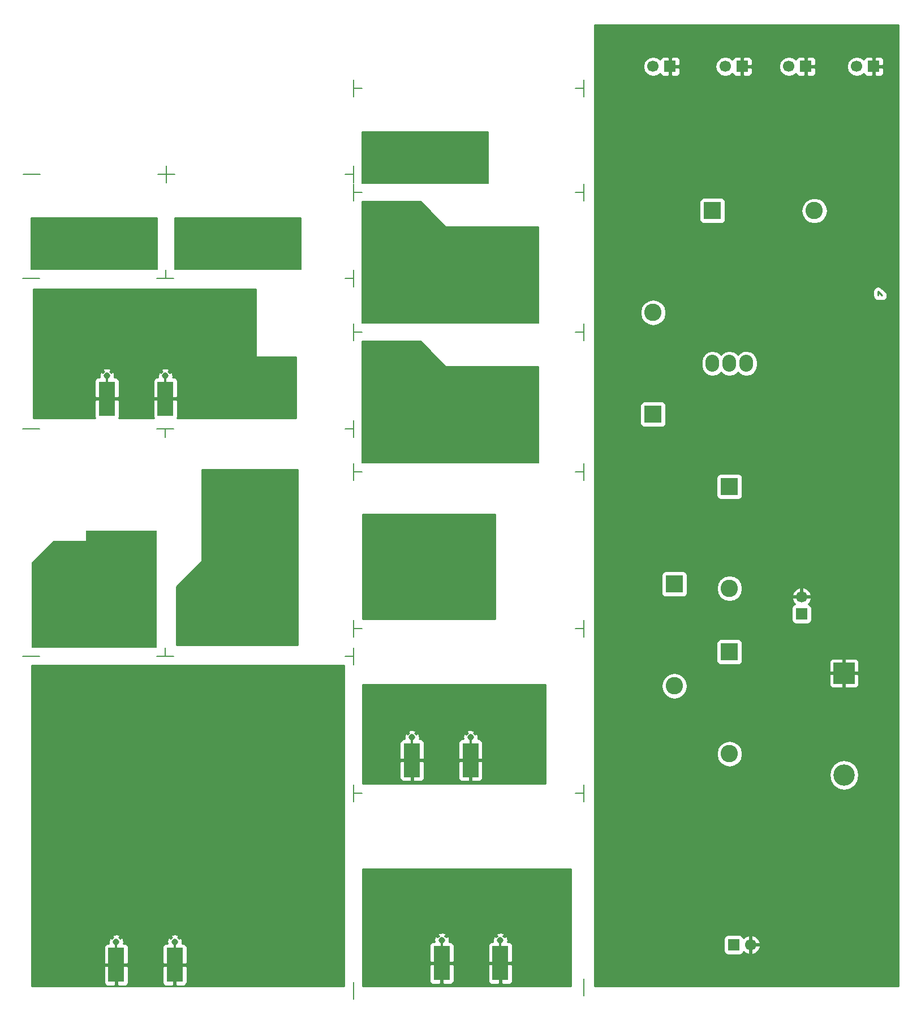
<source format=gbr>
*
%LPD*%
%LNBottom Copper*%
%FSLAX25Y25*%
%MOIN*%
%AD*%
%AD*%
%ADD10C,0.005*%
%ADD11R,0.095275591X0.2*%
%ADD12C,0.038188976*%
%ADD13R,0.018110236X0.03503937*%
%ADD14C,0.01*%
%ADD22R,0.066929134X0.066929134*%
%ADD23C,0.066929134*%
%ADD24R,0.102362205X0.102362205*%
%ADD25C,0.102362205*%
%ADD26R,0.125984252X0.125984252*%
%ADD27C,0.125984252*%
%ADD29C,0.023622047*%
%ADD30C,0.00984252*%
%ADD36C,0.014*%
%ADD37C,0.015*%
%ADD38C,0.0012*%
%ADD49O,0.08X0.1*%
%ADD53C,0.012*%
%ADD56R,0.2X0.095275591*%
%ADD57R,0.03503937X0.018110236*%
G54D11*
%SRX1Y1I0.0J0.0*%
G1X52256Y15228D3*
G1X86744Y15228D3*
G54D12*
G1X52256Y28772D3*
G1X86744Y28772D3*
G54D13*
G1X52256Y27000D3*
G1X86744Y27000D3*
G54D14*
G36*
G1X2500Y8728D2*
G1X2500Y2500D1*
G1X186500Y2500D1*
G1X186500Y8728D1*
G1X94008Y8728D1*
G1X94008Y4731D1*
G1X93627Y3812D1*
G1X92924Y3109D1*
G1X92005Y2728D1*
G1X87869Y2728D1*
G1X87244Y3353D1*
G1X87244Y8728D1*
G1X86244Y8728D1*
G1X86244Y3353D1*
G1X85619Y2728D1*
G1X81483Y2728D1*
G1X80564Y3109D1*
G1X79861Y3812D1*
G1X79480Y4731D1*
G1X79480Y8728D1*
G1X59520Y8728D1*
G1X59520Y4731D1*
G1X59139Y3812D1*
G1X58436Y3109D1*
G1X57517Y2728D1*
G1X53381Y2728D1*
G1X52756Y3353D1*
G1X52756Y8728D1*
G1X51756Y8728D1*
G1X51756Y3353D1*
G1X51131Y2728D1*
G1X46995Y2728D1*
G1X46076Y3109D1*
G1X45373Y3812D1*
G1X44992Y4731D1*
G1X44992Y8728D1*
G1X2500Y8728D1*
G37*
G36*
G1X2500Y24480D2*
G1X2500Y8728D1*
G1X44992Y8728D1*
G1X44992Y14103D1*
G1X45617Y14728D1*
G1X51756Y14728D1*
G1X51756Y8728D1*
G1X52756Y8728D1*
G1X52756Y14728D1*
G1X58895Y14728D1*
G1X59520Y14103D1*
G1X59520Y8728D1*
G1X79480Y8728D1*
G1X79480Y14103D1*
G1X80105Y14728D1*
G1X86244Y14728D1*
G1X86244Y8728D1*
G1X87244Y8728D1*
G1X87244Y14728D1*
G1X93383Y14728D1*
G1X94008Y14103D1*
G1X94008Y8728D1*
G1X186500Y8728D1*
G1X186500Y24480D1*
G1X94008Y24480D1*
G1X94008Y16353D1*
G1X93383Y15728D1*
G1X87244Y15728D1*
G1X87244Y15807D1*
G1X86244Y15807D1*
G1X86244Y15728D1*
G1X80105Y15728D1*
G1X79480Y16353D1*
G1X79480Y24480D1*
G1X59520Y24480D1*
G1X59520Y16353D1*
G1X58895Y15728D1*
G1X52756Y15728D1*
G1X52756Y15807D1*
G1X51756Y15807D1*
G1X51756Y15728D1*
G1X45617Y15728D1*
G1X44992Y16353D1*
G1X44992Y24480D1*
G1X2500Y24480D1*
G37*
G36*
G1X2500Y24480D2*
G1X44992Y24480D1*
G1X44992Y25726D1*
G1X45373Y26644D1*
G1X46076Y27348D1*
G1X46995Y27728D1*
G1X47910Y27728D1*
G1X47795Y29329D1*
G1X48347Y30993D1*
G1X49188Y31132D1*
G1X49692Y30629D1*
G1X49934Y30871D1*
G1X50591Y31143D1*
G1X49895Y31839D1*
G1X50034Y32680D1*
G1X51063Y33106D1*
G1X52813Y33233D1*
G1X54478Y32680D1*
G1X54617Y31839D1*
G1X53921Y31143D1*
G1X54578Y30871D1*
G1X54820Y30629D1*
G1X55324Y31132D1*
G1X56164Y30993D1*
G1X56591Y29964D1*
G1X56717Y28215D1*
G1X56556Y27728D1*
G1X57517Y27728D1*
G1X58436Y27348D1*
G1X59139Y26644D1*
G1X59520Y25726D1*
G1X59520Y24480D1*
G1X79480Y24480D1*
G1X79480Y25726D1*
G1X79861Y26644D1*
G1X80564Y27348D1*
G1X81483Y27728D1*
G1X82399Y27728D1*
G1X82283Y29329D1*
G1X82836Y30993D1*
G1X83676Y31132D1*
G1X84180Y30629D1*
G1X84422Y30871D1*
G1X85079Y31143D1*
G1X84384Y31839D1*
G1X84522Y32680D1*
G1X85551Y33106D1*
G1X87301Y33233D1*
G1X88966Y32680D1*
G1X89105Y31839D1*
G1X88409Y31143D1*
G1X89066Y30871D1*
G1X89308Y30629D1*
G1X89812Y31132D1*
G1X90653Y30993D1*
G1X91079Y29964D1*
G1X91205Y28215D1*
G1X91044Y27728D1*
G1X92005Y27728D1*
G1X92924Y27348D1*
G1X93627Y26644D1*
G1X94008Y25726D1*
G1X94008Y24480D1*
G1X186500Y24480D1*
G1X186500Y191500D1*
G1X2500Y191500D1*
G1X2500Y24480D1*
G37*
G1X186500Y2500D2*
G1X2500Y2500D1*
G1X2500Y14103D1*
G1X44992Y14103D1*
G1X44992Y4731D1*
G1X45373Y3812D1*
G1X46076Y3109D1*
G1X46995Y2728D1*
G1X51131Y2728D1*
G1X51756Y3353D1*
G1X51756Y14728D1*
G1X52756Y14728D1*
G1X52756Y3353D1*
G1X53381Y2728D1*
G1X57517Y2728D1*
G1X58436Y3109D1*
G1X59139Y3812D1*
G1X59520Y4731D1*
G1X59520Y14103D1*
G1X79480Y14103D1*
G1X79480Y4731D1*
G1X79861Y3812D1*
G1X80564Y3109D1*
G1X81483Y2728D1*
G1X85619Y2728D1*
G1X86244Y3353D1*
G1X86244Y14728D1*
G1X87244Y14728D1*
G1X87244Y3353D1*
G1X87869Y2728D1*
G1X92005Y2728D1*
G1X92924Y3109D1*
G1X93627Y3812D1*
G1X94008Y4731D1*
G1X94008Y14103D1*
G1X93383Y14728D1*
G1X87244Y14728D1*
G1X86244Y14728D1*
G1X80105Y14728D1*
G1X79480Y14103D1*
G1X59520Y14103D1*
G1X58895Y14728D1*
G1X52756Y14728D1*
G1X51756Y14728D1*
G1X45617Y14728D1*
G1X44992Y14103D1*
G1X2500Y14103D1*
G1X2500Y25726D1*
G1X44992Y25726D1*
G1X44992Y16353D1*
G1X45617Y15728D1*
G1X51756Y15728D1*
G1X51756Y15807D1*
G1X52756Y15807D1*
G1X52756Y15728D1*
G1X58895Y15728D1*
G1X59520Y16353D1*
G1X59520Y25726D1*
G1X79480Y25726D1*
G1X79480Y16353D1*
G1X80105Y15728D1*
G1X86244Y15728D1*
G1X86244Y15807D1*
G1X87244Y15807D1*
G1X87244Y15728D1*
G1X93383Y15728D1*
G1X94008Y16353D1*
G1X94008Y25726D1*
G1X93627Y26644D1*
G1X92924Y27348D1*
G1X92005Y27728D1*
G1X91044Y27728D1*
G1X91205Y28215D1*
G1X91079Y29964D1*
G1X90653Y30993D1*
G1X89812Y31132D1*
G1X89308Y30629D1*
G1X89066Y30871D1*
G1X88409Y31143D1*
G1X89105Y31839D1*
G1X88966Y32680D1*
G1X87301Y33233D1*
G1X85551Y33106D1*
G1X84522Y32680D1*
G1X84384Y31839D1*
G1X85079Y31143D1*
G1X84422Y30871D1*
G1X84180Y30629D1*
G1X83676Y31132D1*
G1X82836Y30993D1*
G1X82283Y29329D1*
G1X82399Y27728D1*
G1X81483Y27728D1*
G1X80564Y27348D1*
G1X79861Y26644D1*
G1X79480Y25726D1*
G1X59520Y25726D1*
G1X59139Y26644D1*
G1X58436Y27348D1*
G1X57517Y27728D1*
G1X56556Y27728D1*
G1X56717Y28215D1*
G1X56591Y29964D1*
G1X56164Y30993D1*
G1X55324Y31132D1*
G1X54820Y30629D1*
G1X54578Y30871D1*
G1X53921Y31143D1*
G1X54617Y31839D1*
G1X54478Y32680D1*
G1X52813Y33233D1*
G1X51063Y33106D1*
G1X50034Y32680D1*
G1X49895Y31839D1*
G1X50591Y31143D1*
G1X49934Y30871D1*
G1X49692Y30629D1*
G1X49188Y31132D1*
G1X48347Y30993D1*
G1X47795Y29329D1*
G1X47910Y27728D1*
G1X46995Y27728D1*
G1X46076Y27348D1*
G1X45373Y26644D1*
G1X44992Y25726D1*
G1X2500Y25726D1*
G1X2500Y191500D1*
G1X186500Y191500D1*
G1X186500Y2500D1*
G54D11*
G1X226556Y135628D3*
G1X261044Y135628D3*
G54D12*
G1X226556Y149172D3*
G1X261044Y149172D3*
G54D13*
G1X226556Y147400D3*
G1X261044Y147400D3*
G54D36*
G1X300350Y178800D3*
G1X291700Y178800D3*
G1X283050Y178800D3*
G1X274400Y178800D3*
G1X265750Y178800D3*
G1X257100Y178800D3*
G1X248450Y178800D3*
G1X204550Y178800D3*
G1X213200Y178800D3*
G1X221850Y178800D3*
G1X230500Y178800D3*
G1X239150Y178800D3*
G54D14*
G36*
G1X197500Y129128D2*
G1X197500Y121900D1*
G1X305200Y121900D1*
G1X305200Y129128D1*
G1X268308Y129128D1*
G1X268308Y125131D1*
G1X267927Y124212D1*
G1X267224Y123509D1*
G1X266305Y123128D1*
G1X262169Y123128D1*
G1X261544Y123753D1*
G1X261544Y129128D1*
G1X260544Y129128D1*
G1X260544Y123753D1*
G1X259919Y123128D1*
G1X255783Y123128D1*
G1X254864Y123509D1*
G1X254161Y124212D1*
G1X253780Y125131D1*
G1X253780Y129128D1*
G1X233820Y129128D1*
G1X233820Y125131D1*
G1X233439Y124212D1*
G1X232736Y123509D1*
G1X231817Y123128D1*
G1X227681Y123128D1*
G1X227056Y123753D1*
G1X227056Y129128D1*
G1X226056Y129128D1*
G1X226056Y123753D1*
G1X225431Y123128D1*
G1X221295Y123128D1*
G1X220376Y123509D1*
G1X219673Y124212D1*
G1X219292Y125131D1*
G1X219292Y129128D1*
G1X197500Y129128D1*
G37*
G36*
G1X197500Y129128D2*
G1X219292Y129128D1*
G1X219292Y134503D1*
G1X219917Y135128D1*
G1X226056Y135128D1*
G1X226056Y129128D1*
G1X227056Y129128D1*
G1X227056Y135128D1*
G1X233195Y135128D1*
G1X233820Y134503D1*
G1X233820Y129128D1*
G1X253780Y129128D1*
G1X253780Y134503D1*
G1X254405Y135128D1*
G1X260544Y135128D1*
G1X260544Y129128D1*
G1X261544Y129128D1*
G1X261544Y135128D1*
G1X267683Y135128D1*
G1X268308Y134503D1*
G1X268308Y129128D1*
G1X305200Y129128D1*
G1X305200Y144880D1*
G1X268308Y144880D1*
G1X268308Y136753D1*
G1X267683Y136128D1*
G1X261544Y136128D1*
G1X261544Y136207D1*
G1X260544Y136207D1*
G1X260544Y136128D1*
G1X254405Y136128D1*
G1X253780Y136753D1*
G1X253780Y144880D1*
G1X233820Y144880D1*
G1X233820Y136753D1*
G1X233195Y136128D1*
G1X227056Y136128D1*
G1X227056Y136207D1*
G1X226056Y136207D1*
G1X226056Y136128D1*
G1X219917Y136128D1*
G1X219292Y136753D1*
G1X219292Y144880D1*
G1X197500Y144880D1*
G1X197500Y129128D1*
G37*
G36*
G1X197500Y144880D2*
G1X219292Y144880D1*
G1X219292Y146126D1*
G1X219673Y147044D1*
G1X220376Y147748D1*
G1X221295Y148128D1*
G1X222210Y148128D1*
G1X222095Y149729D1*
G1X222647Y151393D1*
G1X223488Y151532D1*
G1X223992Y151029D1*
G1X224234Y151271D1*
G1X224891Y151543D1*
G1X224195Y152239D1*
G1X224334Y153080D1*
G1X225363Y153506D1*
G1X227113Y153633D1*
G1X228778Y153080D1*
G1X228917Y152239D1*
G1X228221Y151543D1*
G1X228878Y151271D1*
G1X229120Y151029D1*
G1X229624Y151532D1*
G1X230464Y151393D1*
G1X230891Y150364D1*
G1X231017Y148615D1*
G1X230856Y148128D1*
G1X231817Y148128D1*
G1X232736Y147748D1*
G1X233439Y147044D1*
G1X233820Y146126D1*
G1X233820Y144880D1*
G1X253780Y144880D1*
G1X253780Y146126D1*
G1X254161Y147044D1*
G1X254864Y147748D1*
G1X255783Y148128D1*
G1X256699Y148128D1*
G1X256583Y149729D1*
G1X257136Y151393D1*
G1X257976Y151532D1*
G1X258480Y151029D1*
G1X258722Y151271D1*
G1X259379Y151543D1*
G1X258684Y152239D1*
G1X258822Y153080D1*
G1X259851Y153506D1*
G1X261601Y153633D1*
G1X263266Y153080D1*
G1X263405Y152239D1*
G1X262709Y151543D1*
G1X263366Y151271D1*
G1X263608Y151029D1*
G1X264112Y151532D1*
G1X264953Y151393D1*
G1X265379Y150364D1*
G1X265505Y148615D1*
G1X265344Y148128D1*
G1X266305Y148128D1*
G1X267224Y147748D1*
G1X267927Y147044D1*
G1X268308Y146126D1*
G1X268308Y144880D1*
G1X305200Y144880D1*
G1X305200Y180300D1*
G1X197500Y180300D1*
G1X197500Y144880D1*
G37*
G1X305200Y121900D2*
G1X197500Y121900D1*
G1X197500Y134503D1*
G1X219292Y134503D1*
G1X219292Y125131D1*
G1X219673Y124212D1*
G1X220376Y123509D1*
G1X221295Y123128D1*
G1X225431Y123128D1*
G1X226056Y123753D1*
G1X226056Y135128D1*
G1X227056Y135128D1*
G1X227056Y123753D1*
G1X227681Y123128D1*
G1X231817Y123128D1*
G1X232736Y123509D1*
G1X233439Y124212D1*
G1X233820Y125131D1*
G1X233820Y134503D1*
G1X253780Y134503D1*
G1X253780Y125131D1*
G1X254161Y124212D1*
G1X254864Y123509D1*
G1X255783Y123128D1*
G1X259919Y123128D1*
G1X260544Y123753D1*
G1X260544Y135128D1*
G1X261544Y135128D1*
G1X261544Y123753D1*
G1X262169Y123128D1*
G1X266305Y123128D1*
G1X267224Y123509D1*
G1X267927Y124212D1*
G1X268308Y125131D1*
G1X268308Y134503D1*
G1X267683Y135128D1*
G1X261544Y135128D1*
G1X260544Y135128D1*
G1X254405Y135128D1*
G1X253780Y134503D1*
G1X233820Y134503D1*
G1X233195Y135128D1*
G1X227056Y135128D1*
G1X226056Y135128D1*
G1X219917Y135128D1*
G1X219292Y134503D1*
G1X197500Y134503D1*
G1X197500Y146126D1*
G1X219292Y146126D1*
G1X219292Y136753D1*
G1X219917Y136128D1*
G1X226056Y136128D1*
G1X226056Y136207D1*
G1X227056Y136207D1*
G1X227056Y136128D1*
G1X233195Y136128D1*
G1X233820Y136753D1*
G1X233820Y146126D1*
G1X253780Y146126D1*
G1X253780Y136753D1*
G1X254405Y136128D1*
G1X260544Y136128D1*
G1X260544Y136207D1*
G1X261544Y136207D1*
G1X261544Y136128D1*
G1X267683Y136128D1*
G1X268308Y136753D1*
G1X268308Y146126D1*
G1X267927Y147044D1*
G1X267224Y147748D1*
G1X266305Y148128D1*
G1X265344Y148128D1*
G1X265505Y148615D1*
G1X265379Y150364D1*
G1X264953Y151393D1*
G1X264112Y151532D1*
G1X263608Y151029D1*
G1X263366Y151271D1*
G1X262709Y151543D1*
G1X263405Y152239D1*
G1X263266Y153080D1*
G1X261601Y153633D1*
G1X259851Y153506D1*
G1X258822Y153080D1*
G1X258684Y152239D1*
G1X259379Y151543D1*
G1X258722Y151271D1*
G1X258480Y151029D1*
G1X257976Y151532D1*
G1X257136Y151393D1*
G1X256583Y149729D1*
G1X256699Y148128D1*
G1X255783Y148128D1*
G1X254864Y147748D1*
G1X254161Y147044D1*
G1X253780Y146126D1*
G1X233820Y146126D1*
G1X233439Y147044D1*
G1X232736Y147748D1*
G1X231817Y148128D1*
G1X230856Y148128D1*
G1X231017Y148615D1*
G1X230891Y150364D1*
G1X230464Y151393D1*
G1X229624Y151532D1*
G1X229120Y151029D1*
G1X228878Y151271D1*
G1X228221Y151543D1*
G1X228917Y152239D1*
G1X228778Y153080D1*
G1X227113Y153633D1*
G1X225363Y153506D1*
G1X224334Y153080D1*
G1X224195Y152239D1*
G1X224891Y151543D1*
G1X224234Y151271D1*
G1X223992Y151029D1*
G1X223488Y151532D1*
G1X222647Y151393D1*
G1X222095Y149729D1*
G1X222210Y148128D1*
G1X221295Y148128D1*
G1X220376Y147748D1*
G1X219673Y147044D1*
G1X219292Y146126D1*
G1X197500Y146126D1*
G1X197500Y180300D1*
G1X305200Y180300D1*
G1X305200Y121900D1*
G54D22*
G1X456150Y221950D3*
G54D23*
G1X456150Y231950D3*
G54D24*
G1X381150Y239450D3*
G54D25*
G1X381150Y179450D3*
G54D24*
G1X413650Y199450D3*
G54D25*
G1X413650Y139450D3*
G54D24*
G1X413650Y296950D3*
G54D25*
G1X413650Y236950D3*
G54D24*
G1X368650Y339450D3*
G54D25*
G1X368650Y399450D3*
G54D24*
G1X403650Y459450D3*
G54D25*
G1X463650Y459450D3*
G54D22*
G1X416150Y26950D3*
G54D23*
G1X426150Y26950D3*
G54D22*
G1X378650Y544450D3*
G54D23*
G1X368650Y544450D3*
G54D22*
G1X421150Y544450D3*
G54D23*
G1X411150Y544450D3*
G54D22*
G1X458650Y544450D3*
G54D23*
G1X448650Y544450D3*
G54D22*
G1X498650Y544450D3*
G54D23*
G1X488650Y544450D3*
G54D26*
G1X481150Y186950D3*
G54D27*
G1X481150Y126950D3*
G54D49*
G1X413650Y369450D3*
G1X403650Y369450D3*
G1X423650Y369450D3*
G54D29*
G1X431150Y49450D3*
G1X468650Y326950D3*
G1X498650Y466950D3*
G1X501150Y409450D2*
G54D30*
G1X501150Y411950D1*
G1X503650Y409450D1*
G54D14*
G36*
G1X334150Y239450D2*
G1X373483Y239450D1*
G1X373483Y244568D1*
G1X373684Y245560D1*
G1X374255Y246395D1*
G1X375105Y246943D1*
G1X376032Y247117D1*
G1X386268Y247117D1*
G1X387260Y246916D1*
G1X388095Y246345D1*
G1X388643Y245495D1*
G1X388817Y244568D1*
G1X388817Y239450D1*
G1X406500Y239450D1*
G1X406612Y240015D1*
G1X408263Y242486D1*
G1X410735Y244137D1*
G1X413650Y244717D1*
G1X416565Y244137D1*
G1X419037Y242486D1*
G1X420688Y240015D1*
G1X420800Y239450D1*
G1X513150Y239450D1*
G1X513150Y296950D1*
G1X421317Y296950D1*
G1X421317Y291832D1*
G1X421116Y290840D1*
G1X420545Y290005D1*
G1X419695Y289457D1*
G1X418768Y289283D1*
G1X408532Y289283D1*
G1X407540Y289484D1*
G1X406705Y290055D1*
G1X406157Y290905D1*
G1X405983Y291832D1*
G1X405983Y296950D1*
G1X334150Y296950D1*
G1X334150Y239450D1*
G37*
G36*
G1X334150Y296950D2*
G1X405983Y296950D1*
G1X405983Y302068D1*
G1X406184Y303060D1*
G1X406755Y303895D1*
G1X407605Y304443D1*
G1X408532Y304617D1*
G1X418768Y304617D1*
G1X419760Y304416D1*
G1X420595Y303845D1*
G1X421143Y302995D1*
G1X421317Y302068D1*
G1X421317Y296950D1*
G1X513150Y296950D1*
G1X513150Y339450D1*
G1X376317Y339450D1*
G1X376317Y334332D1*
G1X376116Y333340D1*
G1X375545Y332505D1*
G1X374695Y331957D1*
G1X373768Y331783D1*
G1X363532Y331783D1*
G1X362540Y331984D1*
G1X361705Y332555D1*
G1X361157Y333405D1*
G1X360983Y334332D1*
G1X360983Y339450D1*
G1X334150Y339450D1*
G1X334150Y296950D1*
G37*
G36*
G1X334150Y339450D2*
G1X360983Y339450D1*
G1X360983Y344568D1*
G1X361184Y345560D1*
G1X361755Y346395D1*
G1X362605Y346943D1*
G1X363532Y347117D1*
G1X373768Y347117D1*
G1X374760Y346916D1*
G1X375595Y346345D1*
G1X376143Y345495D1*
G1X376317Y344568D1*
G1X376317Y339450D1*
G1X513150Y339450D1*
G1X513150Y369450D1*
G1X430150Y369450D1*
G1X430150Y368303D1*
G1X429655Y365816D1*
G1X428246Y363707D1*
G1X426137Y362298D1*
G1X423650Y361803D1*
G1X421163Y362298D1*
G1X419054Y363707D1*
G1X418650Y364311D1*
G1X418246Y363707D1*
G1X416137Y362298D1*
G1X413650Y361803D1*
G1X411163Y362298D1*
G1X409054Y363707D1*
G1X408650Y364311D1*
G1X408246Y363707D1*
G1X406137Y362298D1*
G1X403650Y361803D1*
G1X401163Y362298D1*
G1X399054Y363707D1*
G1X397645Y365816D1*
G1X397150Y368303D1*
G1X397150Y369450D1*
G1X334150Y369450D1*
G1X334150Y339450D1*
G37*
G36*
G1X334150Y369450D2*
G1X397150Y369450D1*
G1X397150Y370597D1*
G1X397645Y373084D1*
G1X399054Y375193D1*
G1X401163Y376602D1*
G1X403650Y377097D1*
G1X406137Y376602D1*
G1X408246Y375193D1*
G1X408650Y374589D1*
G1X409054Y375193D1*
G1X411163Y376602D1*
G1X413650Y377097D1*
G1X416137Y376602D1*
G1X418246Y375193D1*
G1X418650Y374589D1*
G1X419054Y375193D1*
G1X421163Y376602D1*
G1X423650Y377097D1*
G1X426137Y376602D1*
G1X428246Y375193D1*
G1X429655Y373084D1*
G1X430150Y370597D1*
G1X430150Y369450D1*
G1X513150Y369450D1*
G1X513150Y399450D1*
G1X376268Y399450D1*
G1X376268Y399301D1*
G1X375688Y396385D1*
G1X374037Y393914D1*
G1X371565Y392263D1*
G1X368650Y391683D1*
G1X365735Y392263D1*
G1X363263Y393914D1*
G1X361612Y396385D1*
G1X361032Y399301D1*
G1X361032Y399450D1*
G1X334150Y399450D1*
G1X334150Y369450D1*
G37*
G36*
G1X334150Y179450D2*
G1X334150Y139450D1*
G1X406032Y139450D1*
G1X406032Y139599D1*
G1X406612Y142515D1*
G1X408263Y144986D1*
G1X410735Y146637D1*
G1X413650Y147217D1*
G1X416565Y146637D1*
G1X419037Y144986D1*
G1X420688Y142515D1*
G1X421268Y139599D1*
G1X421268Y139450D1*
G1X513150Y139450D1*
G1X513150Y179450D1*
G1X489658Y179450D1*
G1X489569Y179235D1*
G1X488865Y178531D1*
G1X487946Y178151D1*
G1X482275Y178151D1*
G1X481650Y178776D1*
G1X481650Y179450D1*
G1X480650Y179450D1*
G1X480650Y178776D1*
G1X480025Y178151D1*
G1X474354Y178151D1*
G1X473435Y178531D1*
G1X472731Y179235D1*
G1X472642Y179450D1*
G1X388768Y179450D1*
G1X388768Y179301D1*
G1X388188Y176385D1*
G1X386537Y173914D1*
G1X384065Y172263D1*
G1X381150Y171683D1*
G1X378235Y172263D1*
G1X375763Y173914D1*
G1X374112Y176385D1*
G1X373532Y179301D1*
G1X373532Y179450D1*
G1X334150Y179450D1*
G37*
G36*
G1X334150Y544450D2*
G1X334150Y541277D1*
G1X363797Y541277D1*
G1X363249Y542098D1*
G1X362804Y544335D1*
G1X362804Y544450D1*
G1X334150Y544450D1*
G37*
G36*
G1X378071Y543950D2*
G1X378150Y543950D1*
G1X378150Y541277D1*
G1X379150Y541277D1*
G1X379150Y543950D1*
G1X383871Y543950D1*
G1X384496Y543325D1*
G1X384496Y541277D1*
G1X406297Y541277D1*
G1X405749Y542098D1*
G1X405304Y544335D1*
G1X405304Y544450D1*
G1X378071Y544450D1*
G1X378071Y543950D1*
G37*
G36*
G1X420571Y543950D2*
G1X420650Y543950D1*
G1X420650Y541277D1*
G1X421650Y541277D1*
G1X421650Y543950D1*
G1X426371Y543950D1*
G1X426996Y543325D1*
G1X426996Y541277D1*
G1X443797Y541277D1*
G1X443249Y542098D1*
G1X442804Y544335D1*
G1X442804Y544450D1*
G1X420571Y544450D1*
G1X420571Y543950D1*
G37*
G36*
G1X458071Y543950D2*
G1X458150Y543950D1*
G1X458150Y541277D1*
G1X459150Y541277D1*
G1X459150Y543950D1*
G1X463871Y543950D1*
G1X464496Y543325D1*
G1X464496Y541277D1*
G1X483797Y541277D1*
G1X483249Y542098D1*
G1X482804Y544335D1*
G1X482804Y544450D1*
G1X458071Y544450D1*
G1X458071Y543950D1*
G37*
G36*
G1X498071Y543950D2*
G1X498150Y543950D1*
G1X498150Y541277D1*
G1X499150Y541277D1*
G1X499150Y543950D1*
G1X503871Y543950D1*
G1X504496Y543325D1*
G1X504496Y541277D1*
G1X513150Y541277D1*
G1X513150Y544450D1*
G1X498071Y544450D1*
G1X498071Y543950D1*
G37*
G36*
G1X334150Y547623D2*
G1X334150Y544450D1*
G1X362804Y544450D1*
G1X362804Y544565D1*
G1X363249Y546802D1*
G1X363797Y547623D1*
G1X334150Y547623D1*
G37*
G36*
G1X334150Y547623D2*
G1X363797Y547623D1*
G1X364516Y548699D1*
G1X366413Y549966D1*
G1X368650Y550411D1*
G1X370887Y549966D1*
G1X372784Y548699D1*
G1X372900Y548526D1*
G1X373184Y549213D1*
G1X373887Y549916D1*
G1X374806Y550296D1*
G1X377525Y550296D1*
G1X378150Y549671D1*
G1X378150Y547623D1*
G1X379150Y547623D1*
G1X379150Y549671D1*
G1X379775Y550296D1*
G1X382494Y550296D1*
G1X383413Y549916D1*
G1X384116Y549213D1*
G1X384496Y548294D1*
G1X384496Y547623D1*
G1X406297Y547623D1*
G1X407016Y548699D1*
G1X408913Y549966D1*
G1X411150Y550411D1*
G1X413387Y549966D1*
G1X415284Y548699D1*
G1X415400Y548526D1*
G1X415684Y549213D1*
G1X416387Y549916D1*
G1X417306Y550296D1*
G1X420025Y550296D1*
G1X420650Y549671D1*
G1X420650Y547623D1*
G1X421650Y547623D1*
G1X421650Y549671D1*
G1X422275Y550296D1*
G1X424994Y550296D1*
G1X425913Y549916D1*
G1X426616Y549213D1*
G1X426996Y548294D1*
G1X426996Y547623D1*
G1X443797Y547623D1*
G1X444516Y548699D1*
G1X446413Y549966D1*
G1X448650Y550411D1*
G1X450887Y549966D1*
G1X452784Y548699D1*
G1X452900Y548526D1*
G1X453184Y549213D1*
G1X453887Y549916D1*
G1X454806Y550296D1*
G1X457525Y550296D1*
G1X458150Y549671D1*
G1X458150Y547623D1*
G1X459150Y547623D1*
G1X459150Y549671D1*
G1X459775Y550296D1*
G1X462494Y550296D1*
G1X463413Y549916D1*
G1X464116Y549213D1*
G1X464496Y548294D1*
G1X464496Y547623D1*
G1X483797Y547623D1*
G1X484516Y548699D1*
G1X486413Y549966D1*
G1X488650Y550411D1*
G1X490887Y549966D1*
G1X492784Y548699D1*
G1X492900Y548526D1*
G1X493184Y549213D1*
G1X493887Y549916D1*
G1X494806Y550296D1*
G1X497525Y550296D1*
G1X498150Y549671D1*
G1X498150Y547623D1*
G1X499150Y547623D1*
G1X499150Y549671D1*
G1X499775Y550296D1*
G1X502494Y550296D1*
G1X503413Y549916D1*
G1X504116Y549213D1*
G1X504496Y548294D1*
G1X504496Y547623D1*
G1X513150Y547623D1*
G1X513150Y568950D1*
G1X334150Y568950D1*
G1X334150Y547623D1*
G37*
G36*
G1X378071Y544950D2*
G1X378071Y544450D1*
G1X405304Y544450D1*
G1X405304Y544565D1*
G1X405749Y546802D1*
G1X406297Y547623D1*
G1X384496Y547623D1*
G1X384496Y545575D1*
G1X383871Y544950D1*
G1X379150Y544950D1*
G1X379150Y547623D1*
G1X378150Y547623D1*
G1X378150Y544950D1*
G1X378071Y544950D1*
G37*
G36*
G1X420571Y544950D2*
G1X420571Y544450D1*
G1X442804Y544450D1*
G1X442804Y544565D1*
G1X443249Y546802D1*
G1X443797Y547623D1*
G1X426996Y547623D1*
G1X426996Y545575D1*
G1X426371Y544950D1*
G1X421650Y544950D1*
G1X421650Y547623D1*
G1X420650Y547623D1*
G1X420650Y544950D1*
G1X420571Y544950D1*
G37*
G36*
G1X458071Y544950D2*
G1X458071Y544450D1*
G1X482804Y544450D1*
G1X482804Y544565D1*
G1X483249Y546802D1*
G1X483797Y547623D1*
G1X464496Y547623D1*
G1X464496Y545575D1*
G1X463871Y544950D1*
G1X459150Y544950D1*
G1X459150Y547623D1*
G1X458150Y547623D1*
G1X458150Y544950D1*
G1X458071Y544950D1*
G37*
G36*
G1X498071Y544450D2*
G1X513150Y544450D1*
G1X513150Y547623D1*
G1X504496Y547623D1*
G1X504496Y545575D1*
G1X503871Y544950D1*
G1X499150Y544950D1*
G1X499150Y547623D1*
G1X498150Y547623D1*
G1X498150Y544950D1*
G1X498071Y544950D1*
G1X498071Y544450D1*
G37*
G36*
G1X334150Y179450D2*
G1X373532Y179450D1*
G1X373532Y179599D1*
G1X374112Y182515D1*
G1X375763Y184986D1*
G1X378235Y186637D1*
G1X381150Y187217D1*
G1X384065Y186637D1*
G1X386537Y184986D1*
G1X388188Y182515D1*
G1X388768Y179599D1*
G1X388768Y179450D1*
G1X472642Y179450D1*
G1X472351Y180154D1*
G1X472351Y185825D1*
G1X472976Y186450D1*
G1X480650Y186450D1*
G1X480650Y179450D1*
G1X481650Y179450D1*
G1X481650Y186450D1*
G1X489324Y186450D1*
G1X489949Y185825D1*
G1X489949Y180154D1*
G1X489658Y179450D1*
G1X513150Y179450D1*
G1X513150Y191599D1*
G1X489949Y191599D1*
G1X489949Y188075D1*
G1X489324Y187450D1*
G1X481650Y187450D1*
G1X481650Y191599D1*
G1X480650Y191599D1*
G1X480650Y187450D1*
G1X472976Y187450D1*
G1X472351Y188075D1*
G1X472351Y191599D1*
G1X334150Y191599D1*
G1X334150Y179450D1*
G37*
G36*
G1X334150Y199450D2*
G1X334150Y191599D1*
G1X472351Y191599D1*
G1X472351Y193746D1*
G1X472731Y194665D1*
G1X473435Y195369D1*
G1X474354Y195749D1*
G1X480025Y195749D1*
G1X480650Y195124D1*
G1X480650Y191599D1*
G1X481650Y191599D1*
G1X481650Y195124D1*
G1X482275Y195749D1*
G1X487946Y195749D1*
G1X488865Y195369D1*
G1X489569Y194665D1*
G1X489949Y193746D1*
G1X489949Y191599D1*
G1X513150Y191599D1*
G1X513150Y199450D1*
G1X421317Y199450D1*
G1X421317Y194332D1*
G1X421116Y193340D1*
G1X420545Y192505D1*
G1X419695Y191957D1*
G1X418768Y191783D1*
G1X408532Y191783D1*
G1X407540Y191984D1*
G1X406705Y192555D1*
G1X406157Y193405D1*
G1X405983Y194332D1*
G1X405983Y199450D1*
G1X334150Y199450D1*
G37*
G36*
G1X334150Y199450D2*
G1X405983Y199450D1*
G1X405983Y204568D1*
G1X406184Y205560D1*
G1X406755Y206395D1*
G1X407605Y206943D1*
G1X408532Y207117D1*
G1X418768Y207117D1*
G1X419760Y206916D1*
G1X420595Y206345D1*
G1X421143Y205495D1*
G1X421317Y204568D1*
G1X421317Y199450D1*
G1X513150Y199450D1*
G1X513150Y223752D1*
G1X462045Y223752D1*
G1X462045Y218604D1*
G1X461845Y217612D1*
G1X461274Y216776D1*
G1X460423Y216229D1*
G1X459496Y216055D1*
G1X452804Y216055D1*
G1X451812Y216255D1*
G1X450976Y216826D1*
G1X450429Y217677D1*
G1X450255Y218604D1*
G1X450255Y223752D1*
G1X334150Y223752D1*
G1X334150Y199450D1*
G37*
G36*
G1X334150Y459450D2*
G1X395983Y459450D1*
G1X395983Y464568D1*
G1X396184Y465560D1*
G1X396755Y466395D1*
G1X397605Y466943D1*
G1X398532Y467117D1*
G1X408768Y467117D1*
G1X409760Y466916D1*
G1X410595Y466345D1*
G1X411143Y465495D1*
G1X411317Y464568D1*
G1X411317Y459450D1*
G1X455883Y459450D1*
G1X456463Y462365D1*
G1X458114Y464837D1*
G1X460585Y466488D1*
G1X463501Y467068D1*
G1X463799Y467068D1*
G1X466715Y466488D1*
G1X469186Y464837D1*
G1X470837Y462365D1*
G1X471417Y459450D1*
G1X513150Y459450D1*
G1X513150Y541277D1*
G1X504496Y541277D1*
G1X504496Y540606D1*
G1X504116Y539687D1*
G1X503413Y538984D1*
G1X502494Y538604D1*
G1X499775Y538604D1*
G1X499150Y539229D1*
G1X499150Y541277D1*
G1X498150Y541277D1*
G1X498150Y539229D1*
G1X497525Y538604D1*
G1X494806Y538604D1*
G1X493887Y538984D1*
G1X493184Y539687D1*
G1X492900Y540374D1*
G1X492784Y540201D1*
G1X490887Y538934D1*
G1X488650Y538489D1*
G1X486413Y538934D1*
G1X484516Y540201D1*
G1X483797Y541277D1*
G1X464496Y541277D1*
G1X464496Y540606D1*
G1X464116Y539687D1*
G1X463413Y538984D1*
G1X462494Y538604D1*
G1X459775Y538604D1*
G1X459150Y539229D1*
G1X459150Y541277D1*
G1X458150Y541277D1*
G1X458150Y539229D1*
G1X457525Y538604D1*
G1X454806Y538604D1*
G1X453887Y538984D1*
G1X453184Y539687D1*
G1X452900Y540374D1*
G1X452784Y540201D1*
G1X450887Y538934D1*
G1X448650Y538489D1*
G1X446413Y538934D1*
G1X444516Y540201D1*
G1X443797Y541277D1*
G1X426996Y541277D1*
G1X426996Y540606D1*
G1X426616Y539687D1*
G1X425913Y538984D1*
G1X424994Y538604D1*
G1X422275Y538604D1*
G1X421650Y539229D1*
G1X421650Y541277D1*
G1X420650Y541277D1*
G1X420650Y539229D1*
G1X420025Y538604D1*
G1X417306Y538604D1*
G1X416387Y538984D1*
G1X415684Y539687D1*
G1X415400Y540374D1*
G1X415284Y540201D1*
G1X413387Y538934D1*
G1X411150Y538489D1*
G1X408913Y538934D1*
G1X407016Y540201D1*
G1X406297Y541277D1*
G1X384496Y541277D1*
G1X384496Y540606D1*
G1X384116Y539687D1*
G1X383413Y538984D1*
G1X382494Y538604D1*
G1X379775Y538604D1*
G1X379150Y539229D1*
G1X379150Y541277D1*
G1X378150Y541277D1*
G1X378150Y539229D1*
G1X377525Y538604D1*
G1X374806Y538604D1*
G1X373887Y538984D1*
G1X373184Y539687D1*
G1X372900Y540374D1*
G1X372784Y540201D1*
G1X370887Y538934D1*
G1X368650Y538489D1*
G1X366413Y538934D1*
G1X364516Y540201D1*
G1X363797Y541277D1*
G1X334150Y541277D1*
G1X334150Y459450D1*
G37*
G36*
G1X334150Y23862D2*
G1X334150Y2450D1*
G1X513150Y2450D1*
G1X513150Y23862D1*
G1X431035Y23862D1*
G1X430855Y23480D1*
G1X429169Y21944D1*
G1X427555Y21275D1*
G1X426650Y21753D1*
G1X426650Y23862D1*
G1X425650Y23862D1*
G1X425650Y21753D1*
G1X424745Y21275D1*
G1X423131Y21944D1*
G1X421931Y23037D1*
G1X421845Y22612D1*
G1X421274Y21776D1*
G1X420423Y21229D1*
G1X419496Y21055D1*
G1X412804Y21055D1*
G1X411812Y21255D1*
G1X410976Y21826D1*
G1X410429Y22677D1*
G1X410255Y23604D1*
G1X410255Y23862D1*
G1X334150Y23862D1*
G37*
G36*
G1X334150Y26950D2*
G1X334150Y23862D1*
G1X410255Y23862D1*
G1X410255Y26950D1*
G1X334150Y26950D1*
G37*
G36*
G1X425571Y26450D2*
G1X425650Y26450D1*
G1X425650Y23862D1*
G1X426650Y23862D1*
G1X426650Y26450D1*
G1X431350Y26450D1*
G1X431825Y25545D1*
G1X431035Y23862D1*
G1X513150Y23862D1*
G1X513150Y26950D1*
G1X425571Y26950D1*
G1X425571Y26450D1*
G37*
G36*
G1X334150Y30037D2*
G1X334150Y26950D1*
G1X410255Y26950D1*
G1X410255Y30037D1*
G1X334150Y30037D1*
G37*
G36*
G1X425571Y27450D2*
G1X425571Y26950D1*
G1X513150Y26950D1*
G1X513150Y30037D1*
G1X431035Y30037D1*
G1X431825Y28355D1*
G1X431350Y27450D1*
G1X426650Y27450D1*
G1X426650Y30037D1*
G1X425650Y30037D1*
G1X425650Y27450D1*
G1X425571Y27450D1*
G37*
G36*
G1X334150Y235037D2*
G1X334150Y223752D1*
G1X450255Y223752D1*
G1X450255Y225296D1*
G1X450455Y226288D1*
G1X451026Y227124D1*
G1X451877Y227671D1*
G1X452231Y227738D1*
G1X451144Y228931D1*
G1X450475Y230545D1*
G1X450953Y231450D1*
G1X455650Y231450D1*
G1X455650Y231371D1*
G1X456650Y231371D1*
G1X456650Y231450D1*
G1X461347Y231450D1*
G1X461825Y230545D1*
G1X461156Y228931D1*
G1X460063Y227731D1*
G1X460488Y227645D1*
G1X461324Y227074D1*
G1X461871Y226223D1*
G1X462045Y225296D1*
G1X462045Y223752D1*
G1X513150Y223752D1*
G1X513150Y235037D1*
G1X461094Y235037D1*
G1X461156Y234969D1*
G1X461825Y233355D1*
G1X461347Y232450D1*
G1X456650Y232450D1*
G1X456650Y235037D1*
G1X455650Y235037D1*
G1X455650Y232450D1*
G1X450953Y232450D1*
G1X450475Y233355D1*
G1X451144Y234969D1*
G1X451206Y235037D1*
G1X420917Y235037D1*
G1X420688Y233885D1*
G1X419037Y231414D1*
G1X416565Y229763D1*
G1X413650Y229183D1*
G1X410735Y229763D1*
G1X408263Y231414D1*
G1X406612Y233885D1*
G1X406383Y235037D1*
G1X388817Y235037D1*
G1X388817Y234332D1*
G1X388616Y233340D1*
G1X388045Y232505D1*
G1X387195Y231957D1*
G1X386268Y231783D1*
G1X376032Y231783D1*
G1X375040Y231984D1*
G1X374205Y232555D1*
G1X373657Y233405D1*
G1X373483Y234332D1*
G1X373483Y235037D1*
G1X334150Y235037D1*
G37*
G36*
G1X334150Y235037D2*
G1X373483Y235037D1*
G1X373483Y239450D1*
G1X334150Y239450D1*
G1X334150Y235037D1*
G37*
G36*
G1X388817Y235037D2*
G1X406383Y235037D1*
G1X406032Y236801D1*
G1X406032Y237099D1*
G1X406500Y239450D1*
G1X388817Y239450D1*
G1X388817Y235037D1*
G37*
G36*
G1X420800Y239450D2*
G1X421268Y237099D1*
G1X421268Y236801D1*
G1X420917Y235037D1*
G1X451206Y235037D1*
G1X452680Y236655D1*
G1X454745Y237625D1*
G1X455650Y237150D1*
G1X455650Y235037D1*
G1X456650Y235037D1*
G1X456650Y237150D1*
G1X457555Y237625D1*
G1X459620Y236655D1*
G1X461094Y235037D1*
G1X513150Y235037D1*
G1X513150Y239450D1*
G1X420800Y239450D1*
G37*
G36*
G1X334150Y410700D2*
G1X334150Y399450D1*
G1X361032Y399450D1*
G1X361032Y399599D1*
G1X361612Y402515D1*
G1X363263Y404986D1*
G1X365735Y406637D1*
G1X368650Y407217D1*
G1X371565Y406637D1*
G1X374037Y404986D1*
G1X375688Y402515D1*
G1X376268Y399599D1*
G1X376268Y399450D1*
G1X513150Y399450D1*
G1X513150Y410700D1*
G1X506344Y410700D1*
G1X506414Y410595D1*
G1X506642Y409450D1*
G1X506414Y408305D1*
G1X505766Y407334D1*
G1X504795Y406686D1*
G1X503650Y406458D1*
G1X502505Y406686D1*
G1X502400Y406756D1*
G1X502295Y406686D1*
G1X501150Y406458D1*
G1X500005Y406686D1*
G1X499034Y407334D1*
G1X498386Y408305D1*
G1X498158Y409450D1*
G1X498158Y410700D1*
G1X334150Y410700D1*
G37*
G36*
G1X334150Y410700D2*
G1X498158Y410700D1*
G1X498158Y411950D1*
G1X498386Y413095D1*
G1X499034Y414066D1*
G1X500005Y414714D1*
G1X501150Y414942D1*
G1X502295Y414714D1*
G1X503266Y414066D1*
G1X505766Y411566D1*
G1X506344Y410700D1*
G1X513150Y410700D1*
G1X513150Y459450D1*
G1X471417Y459450D1*
G1X470837Y456535D1*
G1X469186Y454063D1*
G1X466715Y452412D1*
G1X463799Y451832D1*
G1X463501Y451832D1*
G1X460585Y452412D1*
G1X458114Y454063D1*
G1X456463Y456535D1*
G1X455883Y459450D1*
G1X411317Y459450D1*
G1X411317Y454332D1*
G1X411116Y453340D1*
G1X410545Y452505D1*
G1X409695Y451957D1*
G1X408768Y451783D1*
G1X398532Y451783D1*
G1X397540Y451984D1*
G1X396705Y452555D1*
G1X396157Y453405D1*
G1X395983Y454332D1*
G1X395983Y459450D1*
G1X334150Y459450D1*
G1X334150Y410700D1*
G37*
G36*
G1X334150Y30037D2*
G1X410255Y30037D1*
G1X410255Y30296D1*
G1X410455Y31288D1*
G1X411026Y32124D1*
G1X411877Y32671D1*
G1X412804Y32845D1*
G1X419496Y32845D1*
G1X420488Y32645D1*
G1X421324Y32074D1*
G1X421871Y31223D1*
G1X421938Y30869D1*
G1X423131Y31956D1*
G1X424745Y32625D1*
G1X425650Y32147D1*
G1X425650Y30037D1*
G1X426650Y30037D1*
G1X426650Y32147D1*
G1X427555Y32625D1*
G1X429169Y31956D1*
G1X430855Y30420D1*
G1X431035Y30037D1*
G1X513150Y30037D1*
G1X513150Y126950D1*
G1X489949Y126950D1*
G1X489949Y126778D1*
G1X489279Y123410D1*
G1X487372Y120556D1*
G1X484517Y118648D1*
G1X481150Y117978D1*
G1X477783Y118648D1*
G1X474928Y120556D1*
G1X473021Y123410D1*
G1X472351Y126778D1*
G1X472351Y126950D1*
G1X334150Y126950D1*
G1X334150Y30037D1*
G37*
G36*
G1X334150Y139450D2*
G1X334150Y126950D1*
G1X472351Y126950D1*
G1X472351Y127122D1*
G1X473021Y130490D1*
G1X474928Y133344D1*
G1X477783Y135252D1*
G1X481150Y135922D1*
G1X484517Y135252D1*
G1X487372Y133344D1*
G1X489279Y130490D1*
G1X489949Y127122D1*
G1X489949Y126950D1*
G1X513150Y126950D1*
G1X513150Y139450D1*
G1X421268Y139450D1*
G1X421268Y139301D1*
G1X420688Y136385D1*
G1X419037Y133914D1*
G1X416565Y132263D1*
G1X413650Y131683D1*
G1X410735Y132263D1*
G1X408263Y133914D1*
G1X406612Y136385D1*
G1X406032Y139301D1*
G1X406032Y139450D1*
G1X334150Y139450D1*
G37*
G1X513150Y568950D2*
G1X513150Y2450D1*
G1X501150Y2450D1*
G1X501150Y406458D1*
G1X502295Y406686D1*
G1X502400Y406756D1*
G1X502505Y406686D1*
G1X503650Y406458D1*
G1X504795Y406686D1*
G1X505766Y407334D1*
G1X506414Y408305D1*
G1X506642Y409450D1*
G1X506414Y410595D1*
G1X505766Y411566D1*
G1X503266Y414066D1*
G1X502295Y414714D1*
G1X501150Y414942D1*
G1X500005Y414714D1*
G1X499775Y414561D1*
G1X499775Y538604D1*
G1X502494Y538604D1*
G1X503413Y538984D1*
G1X504116Y539687D1*
G1X504496Y540606D1*
G1X504496Y543325D1*
G1X503871Y543950D1*
G1X499150Y543950D1*
G1X499150Y544950D1*
G1X503871Y544950D1*
G1X504496Y545575D1*
G1X504496Y548294D1*
G1X504116Y549213D1*
G1X503413Y549916D1*
G1X502494Y550296D1*
G1X499775Y550296D1*
G1X499150Y549671D1*
G1X499150Y544950D1*
G1X499150Y543950D1*
G1X499150Y539229D1*
G1X499775Y538604D1*
G1X499775Y414561D1*
G1X499034Y414066D1*
G1X498386Y413095D1*
G1X498158Y411950D1*
G1X498158Y409450D1*
G1X498386Y408305D1*
G1X499034Y407334D1*
G1X500005Y406686D1*
G1X501150Y406458D1*
G1X501150Y2450D1*
G1X481150Y2450D1*
G1X481150Y117978D1*
G1X484517Y118648D1*
G1X487372Y120556D1*
G1X489279Y123410D1*
G1X489949Y126778D1*
G1X489949Y127122D1*
G1X489279Y130490D1*
G1X487372Y133344D1*
G1X484517Y135252D1*
G1X482275Y135698D1*
G1X482275Y178151D1*
G1X487946Y178151D1*
G1X488865Y178531D1*
G1X489569Y179235D1*
G1X489949Y180154D1*
G1X489949Y185825D1*
G1X489324Y186450D1*
G1X481650Y186450D1*
G1X481650Y187450D1*
G1X489324Y187450D1*
G1X489949Y188075D1*
G1X489949Y193746D1*
G1X489569Y194665D1*
G1X488865Y195369D1*
G1X488650Y195458D1*
G1X488650Y538489D1*
G1X490887Y538934D1*
G1X492784Y540201D1*
G1X492900Y540374D1*
G1X493184Y539687D1*
G1X493887Y538984D1*
G1X494806Y538604D1*
G1X497525Y538604D1*
G1X498150Y539229D1*
G1X498150Y543950D1*
G1X498071Y543950D1*
G1X498071Y544950D1*
G1X498150Y544950D1*
G1X498150Y549671D1*
G1X497525Y550296D1*
G1X494806Y550296D1*
G1X493887Y549916D1*
G1X493184Y549213D1*
G1X492900Y548526D1*
G1X492784Y548699D1*
G1X490887Y549966D1*
G1X488650Y550411D1*
G1X486413Y549966D1*
G1X484516Y548699D1*
G1X483249Y546802D1*
G1X482804Y544565D1*
G1X482804Y544335D1*
G1X483249Y542098D1*
G1X484516Y540201D1*
G1X486413Y538934D1*
G1X488650Y538489D1*
G1X488650Y195458D1*
G1X487946Y195749D1*
G1X482275Y195749D1*
G1X481650Y195124D1*
G1X481650Y187450D1*
G1X481650Y186450D1*
G1X481650Y178776D1*
G1X482275Y178151D1*
G1X482275Y135698D1*
G1X481150Y135922D1*
G1X477783Y135252D1*
G1X474928Y133344D1*
G1X474354Y132485D1*
G1X474354Y178151D1*
G1X480025Y178151D1*
G1X480650Y178776D1*
G1X480650Y186450D1*
G1X472976Y186450D1*
G1X472976Y187450D1*
G1X480650Y187450D1*
G1X480650Y195124D1*
G1X480025Y195749D1*
G1X474354Y195749D1*
G1X473435Y195369D1*
G1X472731Y194665D1*
G1X472351Y193746D1*
G1X472351Y188075D1*
G1X472976Y187450D1*
G1X472976Y186450D1*
G1X472351Y185825D1*
G1X472351Y180154D1*
G1X472731Y179235D1*
G1X473435Y178531D1*
G1X474354Y178151D1*
G1X474354Y132485D1*
G1X473021Y130490D1*
G1X472351Y127122D1*
G1X472351Y126778D1*
G1X473021Y123410D1*
G1X474928Y120556D1*
G1X477783Y118648D1*
G1X481150Y117978D1*
G1X481150Y2450D1*
G1X463501Y2450D1*
G1X463501Y451832D1*
G1X463799Y451832D1*
G1X466715Y452412D1*
G1X469186Y454063D1*
G1X470837Y456535D1*
G1X471417Y459450D1*
G1X470837Y462365D1*
G1X469186Y464837D1*
G1X466715Y466488D1*
G1X463799Y467068D1*
G1X463501Y467068D1*
G1X460585Y466488D1*
G1X459775Y465947D1*
G1X459775Y538604D1*
G1X462494Y538604D1*
G1X463413Y538984D1*
G1X464116Y539687D1*
G1X464496Y540606D1*
G1X464496Y543325D1*
G1X463871Y543950D1*
G1X459150Y543950D1*
G1X459150Y544950D1*
G1X463871Y544950D1*
G1X464496Y545575D1*
G1X464496Y548294D1*
G1X464116Y549213D1*
G1X463413Y549916D1*
G1X462494Y550296D1*
G1X459775Y550296D1*
G1X459150Y549671D1*
G1X459150Y544950D1*
G1X459150Y543950D1*
G1X459150Y539229D1*
G1X459775Y538604D1*
G1X459775Y465947D1*
G1X458114Y464837D1*
G1X456463Y462365D1*
G1X455883Y459450D1*
G1X456463Y456535D1*
G1X458114Y454063D1*
G1X460585Y452412D1*
G1X463501Y451832D1*
G1X463501Y2450D1*
G1X452804Y2450D1*
G1X452804Y216055D1*
G1X459496Y216055D1*
G1X460423Y216229D1*
G1X461274Y216776D1*
G1X461845Y217612D1*
G1X462045Y218604D1*
G1X462045Y225296D1*
G1X461871Y226223D1*
G1X461324Y227074D1*
G1X460488Y227645D1*
G1X460063Y227731D1*
G1X461156Y228931D1*
G1X461825Y230545D1*
G1X461347Y231450D1*
G1X456650Y231450D1*
G1X456650Y232450D1*
G1X461347Y232450D1*
G1X461825Y233355D1*
G1X461156Y234969D1*
G1X459620Y236655D1*
G1X457555Y237625D1*
G1X456650Y237150D1*
G1X456650Y232450D1*
G1X456650Y231450D1*
G1X456650Y231371D1*
G1X455650Y231371D1*
G1X455650Y231450D1*
G1X450953Y231450D1*
G1X450953Y232450D1*
G1X455650Y232450D1*
G1X455650Y237150D1*
G1X454745Y237625D1*
G1X452680Y236655D1*
G1X451144Y234969D1*
G1X450475Y233355D1*
G1X450953Y232450D1*
G1X450953Y231450D1*
G1X450475Y230545D1*
G1X451144Y228931D1*
G1X452231Y227738D1*
G1X451877Y227671D1*
G1X451026Y227124D1*
G1X450455Y226288D1*
G1X450255Y225296D1*
G1X450255Y218604D1*
G1X450429Y217677D1*
G1X450976Y216826D1*
G1X451812Y216255D1*
G1X452804Y216055D1*
G1X452804Y2450D1*
G1X448650Y2450D1*
G1X448650Y538489D1*
G1X450887Y538934D1*
G1X452784Y540201D1*
G1X452900Y540374D1*
G1X453184Y539687D1*
G1X453887Y538984D1*
G1X454806Y538604D1*
G1X457525Y538604D1*
G1X458150Y539229D1*
G1X458150Y543950D1*
G1X458071Y543950D1*
G1X458071Y544950D1*
G1X458150Y544950D1*
G1X458150Y549671D1*
G1X457525Y550296D1*
G1X454806Y550296D1*
G1X453887Y549916D1*
G1X453184Y549213D1*
G1X452900Y548526D1*
G1X452784Y548699D1*
G1X450887Y549966D1*
G1X448650Y550411D1*
G1X446413Y549966D1*
G1X444516Y548699D1*
G1X443249Y546802D1*
G1X442804Y544565D1*
G1X442804Y544335D1*
G1X443249Y542098D1*
G1X444516Y540201D1*
G1X446413Y538934D1*
G1X448650Y538489D1*
G1X448650Y2450D1*
G1X427555Y2450D1*
G1X427555Y21275D1*
G1X429169Y21944D1*
G1X430855Y23480D1*
G1X431825Y25545D1*
G1X431350Y26450D1*
G1X426650Y26450D1*
G1X426650Y27450D1*
G1X431350Y27450D1*
G1X431825Y28355D1*
G1X430855Y30420D1*
G1X429169Y31956D1*
G1X427555Y32625D1*
G1X426650Y32147D1*
G1X426650Y27450D1*
G1X426650Y26450D1*
G1X426650Y21753D1*
G1X427555Y21275D1*
G1X427555Y2450D1*
G1X412804Y2450D1*
G1X412804Y21055D1*
G1X419496Y21055D1*
G1X420423Y21229D1*
G1X421274Y21776D1*
G1X421845Y22612D1*
G1X421931Y23037D1*
G1X423131Y21944D1*
G1X424745Y21275D1*
G1X425650Y21753D1*
G1X425650Y26450D1*
G1X425571Y26450D1*
G1X425571Y27450D1*
G1X425650Y27450D1*
G1X425650Y32147D1*
G1X424745Y32625D1*
G1X423131Y31956D1*
G1X421938Y30869D1*
G1X421871Y31223D1*
G1X421324Y32074D1*
G1X420488Y32645D1*
G1X419496Y32845D1*
G1X413650Y32845D1*
G1X413650Y131683D1*
G1X416565Y132263D1*
G1X419037Y133914D1*
G1X420688Y136385D1*
G1X421268Y139301D1*
G1X421268Y139599D1*
G1X420688Y142515D1*
G1X419037Y144986D1*
G1X416565Y146637D1*
G1X413650Y147217D1*
G1X410735Y146637D1*
G1X408532Y145166D1*
G1X408532Y191783D1*
G1X418768Y191783D1*
G1X419695Y191957D1*
G1X420545Y192505D1*
G1X421116Y193340D1*
G1X421317Y194332D1*
G1X421317Y204568D1*
G1X421143Y205495D1*
G1X420595Y206345D1*
G1X419760Y206916D1*
G1X418768Y207117D1*
G1X413650Y207117D1*
G1X413650Y229183D1*
G1X416565Y229763D1*
G1X419037Y231414D1*
G1X420688Y233885D1*
G1X421268Y236801D1*
G1X421268Y237099D1*
G1X420688Y240015D1*
G1X419037Y242486D1*
G1X416565Y244137D1*
G1X413650Y244717D1*
G1X410735Y244137D1*
G1X408532Y242666D1*
G1X408532Y289283D1*
G1X418768Y289283D1*
G1X419695Y289457D1*
G1X420545Y290005D1*
G1X421116Y290840D1*
G1X421317Y291832D1*
G1X421317Y302068D1*
G1X421143Y302995D1*
G1X420595Y303845D1*
G1X419760Y304416D1*
G1X418768Y304617D1*
G1X408532Y304617D1*
G1X407605Y304443D1*
G1X406755Y303895D1*
G1X406184Y303060D1*
G1X405983Y302068D1*
G1X405983Y291832D1*
G1X406157Y290905D1*
G1X406705Y290055D1*
G1X407540Y289484D1*
G1X408532Y289283D1*
G1X408532Y242666D1*
G1X408263Y242486D1*
G1X406612Y240015D1*
G1X406032Y237099D1*
G1X406032Y236801D1*
G1X406612Y233885D1*
G1X408263Y231414D1*
G1X410735Y229763D1*
G1X413650Y229183D1*
G1X413650Y207117D1*
G1X408532Y207117D1*
G1X407605Y206943D1*
G1X406755Y206395D1*
G1X406184Y205560D1*
G1X405983Y204568D1*
G1X405983Y194332D1*
G1X406157Y193405D1*
G1X406705Y192555D1*
G1X407540Y191984D1*
G1X408532Y191783D1*
G1X408532Y145166D1*
G1X408263Y144986D1*
G1X406612Y142515D1*
G1X406032Y139599D1*
G1X406032Y139301D1*
G1X406612Y136385D1*
G1X408263Y133914D1*
G1X410735Y132263D1*
G1X413650Y131683D1*
G1X413650Y32845D1*
G1X412804Y32845D1*
G1X411877Y32671D1*
G1X411026Y32124D1*
G1X410455Y31288D1*
G1X410255Y30296D1*
G1X410255Y23604D1*
G1X410429Y22677D1*
G1X410976Y21826D1*
G1X411812Y21255D1*
G1X412804Y21055D1*
G1X412804Y2450D1*
G1X403650Y2450D1*
G1X403650Y361803D1*
G1X406137Y362298D1*
G1X408246Y363707D1*
G1X408650Y364311D1*
G1X409054Y363707D1*
G1X411163Y362298D1*
G1X413650Y361803D1*
G1X416137Y362298D1*
G1X418246Y363707D1*
G1X418650Y364311D1*
G1X419054Y363707D1*
G1X421163Y362298D1*
G1X423650Y361803D1*
G1X426137Y362298D1*
G1X428246Y363707D1*
G1X429655Y365816D1*
G1X430150Y368303D1*
G1X430150Y370597D1*
G1X429655Y373084D1*
G1X428246Y375193D1*
G1X426137Y376602D1*
G1X423650Y377097D1*
G1X422275Y376823D1*
G1X422275Y538604D1*
G1X424994Y538604D1*
G1X425913Y538984D1*
G1X426616Y539687D1*
G1X426996Y540606D1*
G1X426996Y543325D1*
G1X426371Y543950D1*
G1X421650Y543950D1*
G1X421650Y544950D1*
G1X426371Y544950D1*
G1X426996Y545575D1*
G1X426996Y548294D1*
G1X426616Y549213D1*
G1X425913Y549916D1*
G1X424994Y550296D1*
G1X422275Y550296D1*
G1X421650Y549671D1*
G1X421650Y544950D1*
G1X421650Y543950D1*
G1X421650Y539229D1*
G1X422275Y538604D1*
G1X422275Y376823D1*
G1X421163Y376602D1*
G1X419054Y375193D1*
G1X418650Y374589D1*
G1X418246Y375193D1*
G1X416137Y376602D1*
G1X413650Y377097D1*
G1X411163Y376602D1*
G1X409054Y375193D1*
G1X408650Y374589D1*
G1X408246Y375193D1*
G1X406137Y376602D1*
G1X403650Y377097D1*
G1X401163Y376602D1*
G1X399054Y375193D1*
G1X398532Y374412D1*
G1X398532Y451783D1*
G1X408768Y451783D1*
G1X409695Y451957D1*
G1X410545Y452505D1*
G1X411116Y453340D1*
G1X411317Y454332D1*
G1X411317Y464568D1*
G1X411150Y465456D1*
G1X411150Y538489D1*
G1X413387Y538934D1*
G1X415284Y540201D1*
G1X415400Y540374D1*
G1X415684Y539687D1*
G1X416387Y538984D1*
G1X417306Y538604D1*
G1X420025Y538604D1*
G1X420650Y539229D1*
G1X420650Y543950D1*
G1X420571Y543950D1*
G1X420571Y544950D1*
G1X420650Y544950D1*
G1X420650Y549671D1*
G1X420025Y550296D1*
G1X417306Y550296D1*
G1X416387Y549916D1*
G1X415684Y549213D1*
G1X415400Y548526D1*
G1X415284Y548699D1*
G1X413387Y549966D1*
G1X411150Y550411D1*
G1X408913Y549966D1*
G1X407016Y548699D1*
G1X405749Y546802D1*
G1X405304Y544565D1*
G1X405304Y544335D1*
G1X405749Y542098D1*
G1X407016Y540201D1*
G1X408913Y538934D1*
G1X411150Y538489D1*
G1X411150Y465456D1*
G1X411143Y465495D1*
G1X410595Y466345D1*
G1X409760Y466916D1*
G1X408768Y467117D1*
G1X398532Y467117D1*
G1X397605Y466943D1*
G1X396755Y466395D1*
G1X396184Y465560D1*
G1X395983Y464568D1*
G1X395983Y454332D1*
G1X396157Y453405D1*
G1X396705Y452555D1*
G1X397540Y451984D1*
G1X398532Y451783D1*
G1X398532Y374412D1*
G1X397645Y373084D1*
G1X397150Y370597D1*
G1X397150Y368303D1*
G1X397645Y365816D1*
G1X399054Y363707D1*
G1X401163Y362298D1*
G1X403650Y361803D1*
G1X403650Y2450D1*
G1X381150Y2450D1*
G1X381150Y171683D1*
G1X384065Y172263D1*
G1X386537Y173914D1*
G1X388188Y176385D1*
G1X388768Y179301D1*
G1X388768Y179599D1*
G1X388188Y182515D1*
G1X386537Y184986D1*
G1X384065Y186637D1*
G1X381150Y187217D1*
G1X378235Y186637D1*
G1X376032Y185166D1*
G1X376032Y231783D1*
G1X386268Y231783D1*
G1X387195Y231957D1*
G1X388045Y232505D1*
G1X388616Y233340D1*
G1X388817Y234332D1*
G1X388817Y244568D1*
G1X388643Y245495D1*
G1X388095Y246345D1*
G1X387260Y246916D1*
G1X386268Y247117D1*
G1X379775Y247117D1*
G1X379775Y538604D1*
G1X382494Y538604D1*
G1X383413Y538984D1*
G1X384116Y539687D1*
G1X384496Y540606D1*
G1X384496Y543325D1*
G1X383871Y543950D1*
G1X379150Y543950D1*
G1X379150Y544950D1*
G1X383871Y544950D1*
G1X384496Y545575D1*
G1X384496Y548294D1*
G1X384116Y549213D1*
G1X383413Y549916D1*
G1X382494Y550296D1*
G1X379775Y550296D1*
G1X379150Y549671D1*
G1X379150Y544950D1*
G1X379150Y543950D1*
G1X379150Y539229D1*
G1X379775Y538604D1*
G1X379775Y247117D1*
G1X376032Y247117D1*
G1X375105Y246943D1*
G1X374255Y246395D1*
G1X373684Y245560D1*
G1X373483Y244568D1*
G1X373483Y234332D1*
G1X373657Y233405D1*
G1X374205Y232555D1*
G1X375040Y231984D1*
G1X376032Y231783D1*
G1X376032Y185166D1*
G1X375763Y184986D1*
G1X374112Y182515D1*
G1X373532Y179599D1*
G1X373532Y179301D1*
G1X374112Y176385D1*
G1X375763Y173914D1*
G1X378235Y172263D1*
G1X381150Y171683D1*
G1X381150Y2450D1*
G1X363532Y2450D1*
G1X363532Y331783D1*
G1X373768Y331783D1*
G1X374695Y331957D1*
G1X375545Y332505D1*
G1X376116Y333340D1*
G1X376317Y334332D1*
G1X376317Y344568D1*
G1X376143Y345495D1*
G1X375595Y346345D1*
G1X374760Y346916D1*
G1X373768Y347117D1*
G1X368650Y347117D1*
G1X368650Y391683D1*
G1X371565Y392263D1*
G1X374037Y393914D1*
G1X375688Y396385D1*
G1X376268Y399301D1*
G1X376268Y399599D1*
G1X375688Y402515D1*
G1X374037Y404986D1*
G1X371565Y406637D1*
G1X368650Y407217D1*
G1X368650Y538489D1*
G1X370887Y538934D1*
G1X372784Y540201D1*
G1X372900Y540374D1*
G1X373184Y539687D1*
G1X373887Y538984D1*
G1X374806Y538604D1*
G1X377525Y538604D1*
G1X378150Y539229D1*
G1X378150Y543950D1*
G1X378071Y543950D1*
G1X378071Y544950D1*
G1X378150Y544950D1*
G1X378150Y549671D1*
G1X377525Y550296D1*
G1X374806Y550296D1*
G1X373887Y549916D1*
G1X373184Y549213D1*
G1X372900Y548526D1*
G1X372784Y548699D1*
G1X370887Y549966D1*
G1X368650Y550411D1*
G1X366413Y549966D1*
G1X364516Y548699D1*
G1X363249Y546802D1*
G1X362804Y544565D1*
G1X362804Y544335D1*
G1X363249Y542098D1*
G1X364516Y540201D1*
G1X366413Y538934D1*
G1X368650Y538489D1*
G1X368650Y407217D1*
G1X365735Y406637D1*
G1X363263Y404986D1*
G1X361612Y402515D1*
G1X361032Y399599D1*
G1X361032Y399301D1*
G1X361612Y396385D1*
G1X363263Y393914D1*
G1X365735Y392263D1*
G1X368650Y391683D1*
G1X368650Y347117D1*
G1X363532Y347117D1*
G1X362605Y346943D1*
G1X361755Y346395D1*
G1X361184Y345560D1*
G1X360983Y344568D1*
G1X360983Y334332D1*
G1X361157Y333405D1*
G1X361705Y332555D1*
G1X362540Y331984D1*
G1X363532Y331783D1*
G1X363532Y2450D1*
G1X334150Y2450D1*
G1X334150Y568950D1*
G1X513150Y568950D1*
G54D11*
G1X244106Y16178D3*
G1X278594Y16178D3*
G54D12*
G1X244106Y29722D3*
G1X278594Y29722D3*
G54D13*
G1X244106Y27950D3*
G1X278594Y27950D3*
G54D36*
G1X308400Y70000D3*
G1X296600Y70000D3*
G1X284800Y70000D3*
G1X273000Y70000D3*
G1X249700Y70000D3*
G1X237900Y70000D3*
G1X226100Y70000D3*
G1X214300Y70000D3*
G1X202500Y70000D3*
G54D14*
G36*
G1X197500Y9678D2*
G1X197500Y2500D1*
G1X320200Y2500D1*
G1X320200Y9678D1*
G1X285858Y9678D1*
G1X285858Y5681D1*
G1X285477Y4762D1*
G1X284774Y4059D1*
G1X283855Y3678D1*
G1X279719Y3678D1*
G1X279094Y4303D1*
G1X279094Y9678D1*
G1X278094Y9678D1*
G1X278094Y4303D1*
G1X277469Y3678D1*
G1X273333Y3678D1*
G1X272414Y4059D1*
G1X271711Y4762D1*
G1X271330Y5681D1*
G1X271330Y9678D1*
G1X251370Y9678D1*
G1X251370Y5681D1*
G1X250989Y4762D1*
G1X250286Y4059D1*
G1X249367Y3678D1*
G1X245231Y3678D1*
G1X244606Y4303D1*
G1X244606Y9678D1*
G1X243606Y9678D1*
G1X243606Y4303D1*
G1X242981Y3678D1*
G1X238845Y3678D1*
G1X237926Y4059D1*
G1X237223Y4762D1*
G1X236842Y5681D1*
G1X236842Y9678D1*
G1X197500Y9678D1*
G37*
G36*
G1X197500Y25430D2*
G1X197500Y9678D1*
G1X236842Y9678D1*
G1X236842Y15053D1*
G1X237467Y15678D1*
G1X243606Y15678D1*
G1X243606Y9678D1*
G1X244606Y9678D1*
G1X244606Y15678D1*
G1X250745Y15678D1*
G1X251370Y15053D1*
G1X251370Y9678D1*
G1X271330Y9678D1*
G1X271330Y15053D1*
G1X271955Y15678D1*
G1X278094Y15678D1*
G1X278094Y9678D1*
G1X279094Y9678D1*
G1X279094Y15678D1*
G1X285233Y15678D1*
G1X285858Y15053D1*
G1X285858Y9678D1*
G1X320200Y9678D1*
G1X320200Y25430D1*
G1X285858Y25430D1*
G1X285858Y17303D1*
G1X285233Y16678D1*
G1X279094Y16678D1*
G1X279094Y16757D1*
G1X278094Y16757D1*
G1X278094Y16678D1*
G1X271955Y16678D1*
G1X271330Y17303D1*
G1X271330Y25430D1*
G1X251370Y25430D1*
G1X251370Y17303D1*
G1X250745Y16678D1*
G1X244606Y16678D1*
G1X244606Y16757D1*
G1X243606Y16757D1*
G1X243606Y16678D1*
G1X237467Y16678D1*
G1X236842Y17303D1*
G1X236842Y25430D1*
G1X197500Y25430D1*
G37*
G36*
G1X197500Y25430D2*
G1X236842Y25430D1*
G1X236842Y26676D1*
G1X237223Y27594D1*
G1X237926Y28298D1*
G1X238845Y28678D1*
G1X239760Y28678D1*
G1X239645Y30279D1*
G1X240197Y31943D1*
G1X241038Y32082D1*
G1X241542Y31579D1*
G1X241784Y31821D1*
G1X242441Y32093D1*
G1X241745Y32789D1*
G1X241884Y33630D1*
G1X242913Y34056D1*
G1X244663Y34183D1*
G1X246328Y33630D1*
G1X246467Y32789D1*
G1X245771Y32093D1*
G1X246428Y31821D1*
G1X246670Y31579D1*
G1X247174Y32082D1*
G1X248014Y31943D1*
G1X248441Y30914D1*
G1X248567Y29165D1*
G1X248406Y28678D1*
G1X249367Y28678D1*
G1X250286Y28298D1*
G1X250989Y27594D1*
G1X251370Y26676D1*
G1X251370Y25430D1*
G1X271330Y25430D1*
G1X271330Y26676D1*
G1X271711Y27594D1*
G1X272414Y28298D1*
G1X273333Y28678D1*
G1X274249Y28678D1*
G1X274133Y30279D1*
G1X274686Y31943D1*
G1X275526Y32082D1*
G1X276030Y31579D1*
G1X276272Y31821D1*
G1X276929Y32093D1*
G1X276234Y32789D1*
G1X276372Y33630D1*
G1X277401Y34056D1*
G1X279151Y34183D1*
G1X280816Y33630D1*
G1X280955Y32789D1*
G1X280259Y32093D1*
G1X280916Y31821D1*
G1X281158Y31579D1*
G1X281662Y32082D1*
G1X282503Y31943D1*
G1X282929Y30914D1*
G1X283055Y29165D1*
G1X282894Y28678D1*
G1X283855Y28678D1*
G1X284774Y28298D1*
G1X285477Y27594D1*
G1X285858Y26676D1*
G1X285858Y25430D1*
G1X320200Y25430D1*
G1X320200Y71500D1*
G1X197500Y71500D1*
G1X197500Y25430D1*
G37*
G1X320200Y2500D2*
G1X197500Y2500D1*
G1X197500Y15053D1*
G1X236842Y15053D1*
G1X236842Y5681D1*
G1X237223Y4762D1*
G1X237926Y4059D1*
G1X238845Y3678D1*
G1X242981Y3678D1*
G1X243606Y4303D1*
G1X243606Y15678D1*
G1X244606Y15678D1*
G1X244606Y4303D1*
G1X245231Y3678D1*
G1X249367Y3678D1*
G1X250286Y4059D1*
G1X250989Y4762D1*
G1X251370Y5681D1*
G1X251370Y15053D1*
G1X271330Y15053D1*
G1X271330Y5681D1*
G1X271711Y4762D1*
G1X272414Y4059D1*
G1X273333Y3678D1*
G1X277469Y3678D1*
G1X278094Y4303D1*
G1X278094Y15678D1*
G1X279094Y15678D1*
G1X279094Y4303D1*
G1X279719Y3678D1*
G1X283855Y3678D1*
G1X284774Y4059D1*
G1X285477Y4762D1*
G1X285858Y5681D1*
G1X285858Y15053D1*
G1X285233Y15678D1*
G1X279094Y15678D1*
G1X278094Y15678D1*
G1X271955Y15678D1*
G1X271330Y15053D1*
G1X251370Y15053D1*
G1X250745Y15678D1*
G1X244606Y15678D1*
G1X243606Y15678D1*
G1X237467Y15678D1*
G1X236842Y15053D1*
G1X197500Y15053D1*
G1X197500Y26676D1*
G1X236842Y26676D1*
G1X236842Y17303D1*
G1X237467Y16678D1*
G1X243606Y16678D1*
G1X243606Y16757D1*
G1X244606Y16757D1*
G1X244606Y16678D1*
G1X250745Y16678D1*
G1X251370Y17303D1*
G1X251370Y26676D1*
G1X271330Y26676D1*
G1X271330Y17303D1*
G1X271955Y16678D1*
G1X278094Y16678D1*
G1X278094Y16757D1*
G1X279094Y16757D1*
G1X279094Y16678D1*
G1X285233Y16678D1*
G1X285858Y17303D1*
G1X285858Y26676D1*
G1X285477Y27594D1*
G1X284774Y28298D1*
G1X283855Y28678D1*
G1X282894Y28678D1*
G1X283055Y29165D1*
G1X282929Y30914D1*
G1X282503Y31943D1*
G1X281662Y32082D1*
G1X281158Y31579D1*
G1X280916Y31821D1*
G1X280259Y32093D1*
G1X280955Y32789D1*
G1X280816Y33630D1*
G1X279151Y34183D1*
G1X277401Y34056D1*
G1X276372Y33630D1*
G1X276234Y32789D1*
G1X276929Y32093D1*
G1X276272Y31821D1*
G1X276030Y31579D1*
G1X275526Y32082D1*
G1X274686Y31943D1*
G1X274133Y30279D1*
G1X274249Y28678D1*
G1X273333Y28678D1*
G1X272414Y28298D1*
G1X271711Y27594D1*
G1X271330Y26676D1*
G1X251370Y26676D1*
G1X250989Y27594D1*
G1X250286Y28298D1*
G1X249367Y28678D1*
G1X248406Y28678D1*
G1X248567Y29165D1*
G1X248441Y30914D1*
G1X248014Y31943D1*
G1X247174Y32082D1*
G1X246670Y31579D1*
G1X246428Y31821D1*
G1X245771Y32093D1*
G1X246467Y32789D1*
G1X246328Y33630D1*
G1X244663Y34183D1*
G1X242913Y34056D1*
G1X241884Y33630D1*
G1X241745Y32789D1*
G1X242441Y32093D1*
G1X241784Y31821D1*
G1X241542Y31579D1*
G1X241038Y32082D1*
G1X240197Y31943D1*
G1X239645Y30279D1*
G1X239760Y28678D1*
G1X238845Y28678D1*
G1X237926Y28298D1*
G1X237223Y27594D1*
G1X236842Y26676D1*
G1X197500Y26676D1*
G1X197500Y71500D1*
G1X320200Y71500D1*
G1X320200Y2500D1*
G1X192200Y111400D2*
G54D10*
G1X192200Y121400D1*
G1X197200Y116400D2*
G1X192200Y116400D1*
G1X192200Y-5100D2*
G1X192200Y4900D1*
G1X327700Y-3000D2*
G1X327700Y7000D1*
G1X-3000Y197000D2*
G1X7000Y197000D1*
G54D11*
G1X10556Y214928D3*
G1X45044Y214928D3*
G54D12*
G1X10556Y228472D3*
G1X45044Y228472D3*
G54D13*
G1X10556Y226700D3*
G1X45044Y226700D3*
G54D37*
G1X75000Y263400D3*
G1X72000Y263400D3*
G1X69000Y263400D3*
G1X66000Y263400D3*
G1X63000Y263400D3*
G1X60000Y263400D3*
G1X57000Y263400D3*
G1X54000Y263400D3*
G1X51000Y263400D3*
G1X48000Y263400D3*
G1X45000Y263400D3*
G1X42000Y263400D3*
G1X39000Y263400D3*
G1X36000Y260400D3*
G1X36000Y263400D3*
G1X19100Y260400D3*
G1X16100Y263400D3*
G1X19100Y263400D3*
G1X54850Y268900D3*
G54D38*
G36*
G1X2405Y252103D2*
G1X2405Y202355D1*
G1X75695Y202355D1*
G1X75695Y270840D1*
G1X34560Y270840D1*
G1X34560Y264900D1*
G1X34556Y264878D1*
G1X34543Y264858D1*
G1X34523Y264845D1*
G1X34500Y264840D1*
G1X15003Y264840D1*
G1X14978Y264714D1*
G1X14901Y264599D1*
G1X2405Y252103D1*
G37*
G1X75695Y202355D2*
G1X2405Y202355D1*
G1X2405Y252103D1*
G1X14901Y264599D1*
G1X14978Y264714D1*
G1X15003Y264840D1*
G1X34500Y264840D1*
G1X34523Y264845D1*
G1X34543Y264858D1*
G1X34556Y264878D1*
G1X34560Y264900D1*
G1X34560Y270840D1*
G1X75695Y270840D1*
G1X75695Y202355D1*
G1X76100Y197000D2*
G54D10*
G1X86100Y197000D1*
G1X81100Y202000D2*
G1X81100Y197000D1*
G1X192000Y300500D2*
G1X192000Y310500D1*
G1X327700Y111400D2*
G1X327700Y121400D1*
G1X322700Y116400D2*
G1X327700Y116400D1*
G54D11*
G1X234756Y230378D3*
G1X269244Y230378D3*
G54D12*
G1X234756Y243922D3*
G1X269244Y243922D3*
G54D13*
G1X234756Y242150D3*
G1X269244Y242150D3*
G54D36*
G1X229550Y277100D3*
G1X243550Y277100D3*
G1X215550Y277100D3*
G1X201550Y277100D3*
G1X243550Y264400D3*
G1X229550Y264400D3*
G1X215550Y264400D3*
G1X201550Y264400D3*
G1X265150Y277100D3*
G1X265150Y264400D3*
G54D14*
G36*
G1X197500Y280750D2*
G1X197500Y218900D1*
G1X275600Y218900D1*
G1X275600Y280750D1*
G1X197500Y280750D1*
G37*
G1X275600Y218900D2*
G1X197500Y218900D1*
G1X197500Y280750D1*
G1X275600Y280750D1*
G1X275600Y218900D1*
G1X327700Y218400D2*
G54D10*
G1X327700Y208400D1*
G1X322700Y213400D2*
G1X327700Y213400D1*
G54D11*
G1X95856Y215278D3*
G1X130344Y215278D3*
G54D12*
G1X95856Y228822D3*
G1X130344Y228822D3*
G54D13*
G1X95856Y227050D3*
G1X130344Y227050D3*
G54D37*
G1X104850Y306500D3*
G1X159110Y307000D2*
G54D14*
G1X102797Y307000D1*
G1X159110Y306200D2*
G1X102797Y306200D1*
G1X159110Y305400D2*
G1X102797Y305400D1*
G1X159110Y304600D2*
G1X102797Y304600D1*
G1X159110Y303800D2*
G1X102797Y303800D1*
G1X159110Y303000D2*
G1X102797Y303000D1*
G1X159110Y302200D2*
G1X102797Y302200D1*
G1X159110Y301400D2*
G1X102797Y301400D1*
G1X159110Y300600D2*
G1X102797Y300600D1*
G1X159110Y299800D2*
G1X102797Y299800D1*
G1X159110Y299000D2*
G1X102797Y299000D1*
G1X159110Y298200D2*
G1X102797Y298200D1*
G1X159110Y297400D2*
G1X102797Y297400D1*
G1X159110Y296600D2*
G1X102797Y296600D1*
G1X159110Y295800D2*
G1X102797Y295800D1*
G1X159110Y295000D2*
G1X102797Y295000D1*
G1X159110Y294200D2*
G1X102797Y294200D1*
G1X159110Y293400D2*
G1X102797Y293400D1*
G1X159110Y292600D2*
G1X102797Y292600D1*
G1X159110Y291800D2*
G1X102797Y291800D1*
G1X159110Y291000D2*
G1X102797Y291000D1*
G1X159110Y290200D2*
G1X102797Y290200D1*
G1X159110Y289400D2*
G1X102797Y289400D1*
G1X159110Y288600D2*
G1X102797Y288600D1*
G1X159110Y287800D2*
G1X102797Y287800D1*
G1X159110Y287000D2*
G1X102797Y287000D1*
G1X159110Y286200D2*
G1X102797Y286200D1*
G1X159110Y285400D2*
G1X102797Y285400D1*
G1X159110Y284600D2*
G1X102797Y284600D1*
G1X159110Y283800D2*
G1X102797Y283800D1*
G1X159110Y283000D2*
G1X102797Y283000D1*
G1X159110Y282200D2*
G1X102797Y282200D1*
G1X159110Y281400D2*
G1X102797Y281400D1*
G1X159110Y280600D2*
G1X102797Y280600D1*
G1X159110Y279800D2*
G1X102797Y279800D1*
G1X159110Y279000D2*
G1X102797Y279000D1*
G1X159110Y278200D2*
G1X102797Y278200D1*
G1X159110Y277400D2*
G1X102797Y277400D1*
G1X159110Y276600D2*
G1X102797Y276600D1*
G1X159110Y275800D2*
G1X102797Y275800D1*
G1X159110Y275000D2*
G1X102797Y275000D1*
G1X159110Y274200D2*
G1X102797Y274200D1*
G1X159110Y273400D2*
G1X102797Y273400D1*
G1X159110Y272600D2*
G1X102797Y272600D1*
G1X159110Y271800D2*
G1X102797Y271800D1*
G1X159110Y271000D2*
G1X102797Y271000D1*
G1X159110Y270200D2*
G1X102797Y270200D1*
G1X159110Y269400D2*
G1X102797Y269400D1*
G1X159110Y268600D2*
G1X102797Y268600D1*
G1X159110Y267800D2*
G1X102797Y267800D1*
G1X159110Y267000D2*
G1X102797Y267000D1*
G1X159110Y266200D2*
G1X102797Y266200D1*
G1X159110Y265400D2*
G1X102797Y265400D1*
G1X159110Y264600D2*
G1X102797Y264600D1*
G1X159110Y263800D2*
G1X102797Y263800D1*
G1X159110Y263000D2*
G1X102797Y263000D1*
G1X159110Y262200D2*
G1X102797Y262200D1*
G1X159110Y261400D2*
G1X102797Y261400D1*
G1X159110Y260600D2*
G1X102797Y260600D1*
G1X159110Y259800D2*
G1X102797Y259800D1*
G1X159110Y259000D2*
G1X102797Y259000D1*
G1X159110Y258200D2*
G1X102797Y258200D1*
G1X159110Y257400D2*
G1X102797Y257400D1*
G1X159110Y256600D2*
G1X102797Y256600D1*
G1X159110Y255800D2*
G1X102797Y255800D1*
G1X159110Y255000D2*
G1X102797Y255000D1*
G1X159110Y254200D2*
G1X102797Y254200D1*
G1X159110Y253400D2*
G1X102777Y253400D1*
G1X159110Y252600D2*
G1X102500Y252600D1*
G1X159110Y251800D2*
G1X101800Y251800D1*
G1X159110Y251000D2*
G1X101000Y251000D1*
G1X159110Y250200D2*
G1X100200Y250200D1*
G1X159110Y249400D2*
G1X99400Y249400D1*
G1X159110Y248600D2*
G1X98600Y248600D1*
G1X159110Y247800D2*
G1X97800Y247800D1*
G1X159110Y247000D2*
G1X97000Y247000D1*
G1X159110Y246200D2*
G1X96200Y246200D1*
G1X159110Y245400D2*
G1X95400Y245400D1*
G1X159110Y244600D2*
G1X94600Y244600D1*
G1X159110Y243800D2*
G1X93800Y243800D1*
G1X159110Y243000D2*
G1X93000Y243000D1*
G1X159110Y242200D2*
G1X92200Y242200D1*
G1X159110Y241400D2*
G1X91400Y241400D1*
G1X159110Y240600D2*
G1X90600Y240600D1*
G1X159110Y239800D2*
G1X89800Y239800D1*
G1X159110Y239000D2*
G1X89000Y239000D1*
G1X159110Y238200D2*
G1X88200Y238200D1*
G1X159110Y237400D2*
G1X87797Y237400D1*
G1X159110Y236600D2*
G1X87797Y236600D1*
G1X159110Y235800D2*
G1X87797Y235800D1*
G1X159110Y235000D2*
G1X87797Y235000D1*
G1X159110Y234200D2*
G1X87797Y234200D1*
G1X159110Y233400D2*
G1X87797Y233400D1*
G1X159110Y232600D2*
G1X87797Y232600D1*
G1X159110Y231800D2*
G1X87797Y231800D1*
G1X159110Y231000D2*
G1X87797Y231000D1*
G1X159110Y230200D2*
G1X87797Y230200D1*
G1X159110Y229400D2*
G1X87797Y229400D1*
G1X159110Y228600D2*
G1X87797Y228600D1*
G1X159110Y227800D2*
G1X87797Y227800D1*
G1X159110Y227000D2*
G1X87797Y227000D1*
G1X159110Y226200D2*
G1X87797Y226200D1*
G1X159110Y225400D2*
G1X87797Y225400D1*
G1X159110Y224600D2*
G1X87797Y224600D1*
G1X159110Y223800D2*
G1X87797Y223800D1*
G1X159110Y223000D2*
G1X87797Y223000D1*
G1X159110Y222200D2*
G1X87797Y222200D1*
G1X159110Y221400D2*
G1X87797Y221400D1*
G1X159110Y220600D2*
G1X87797Y220600D1*
G1X159110Y219800D2*
G1X87797Y219800D1*
G1X159110Y219000D2*
G1X87797Y219000D1*
G1X159110Y218200D2*
G1X87797Y218200D1*
G1X159110Y217400D2*
G1X87797Y217400D1*
G1X159110Y216600D2*
G1X87797Y216600D1*
G1X159110Y215800D2*
G1X87797Y215800D1*
G1X159110Y215000D2*
G1X87797Y215000D1*
G1X159110Y214200D2*
G1X87797Y214200D1*
G1X159110Y213400D2*
G1X87797Y213400D1*
G1X159110Y212600D2*
G1X87797Y212600D1*
G1X159110Y211800D2*
G1X87797Y211800D1*
G1X159110Y211000D2*
G1X87797Y211000D1*
G1X159110Y210200D2*
G1X87797Y210200D1*
G1X159110Y209400D2*
G1X87797Y209400D1*
G1X159110Y208600D2*
G1X87797Y208600D1*
G1X159110Y207800D2*
G1X87797Y207800D1*
G1X159110Y207000D2*
G1X87797Y207000D1*
G1X159110Y206200D2*
G1X87797Y206200D1*
G1X159110Y205400D2*
G1X87797Y205400D1*
G1X159110Y204600D2*
G1X87797Y204600D1*
G1X159110Y203800D2*
G1X87797Y203800D1*
G1X159110Y203690D2*
G1X87797Y203690D1*
G1X87797Y237797D1*
G1X102300Y252300D1*
G1X102668Y252851D1*
G1X102797Y253500D1*
G1X102797Y307000D1*
G1X159110Y307000D1*
G1X159110Y203690D1*
G1X-3000Y331000D2*
G54D10*
G1X7000Y331000D1*
G1X81100Y331000D2*
G1X81100Y326000D1*
G1X81100Y331000D2*
G1X86100Y331000D1*
G1X81100Y331000D2*
G1X76100Y331000D1*
G54D11*
G1X46795Y348669D3*
G1X81283Y348669D3*
G54D12*
G1X46795Y362213D3*
G1X81283Y362213D3*
G54D13*
G1X46795Y360441D3*
G1X81283Y360441D3*
G54D29*
G1X90583Y347811D3*
G1X90583Y356669D3*
G1X48260Y368480D3*
G1X40386Y368480D3*
G1X37433Y362575D3*
G1X37433Y355685D3*
G1X37433Y347811D3*
G1X147669Y364543D3*
G1X140780Y364543D3*
G1X134874Y364543D3*
G1X127984Y364543D3*
G1X121094Y364543D3*
G1X113220Y364543D3*
G1X105346Y364543D3*
G1X97472Y364543D3*
G1X90583Y364543D3*
G1X69913Y362575D3*
G1X57118Y362575D3*
G1X57118Y368480D3*
G1X59087Y374386D3*
G1X65976Y376354D3*
G1X72866Y376354D3*
G1X80740Y376354D3*
G1X88614Y376354D3*
G1X97472Y376354D3*
G1X105346Y376354D3*
G1X113220Y376354D3*
G1X120110Y376354D3*
G1X127000Y376354D3*
G1X155543Y371433D3*
G1X155543Y363559D3*
G1X155543Y355685D3*
G1X155543Y347811D3*
G1X155543Y339937D3*
G1X147669Y339937D3*
G1X139795Y339937D3*
G1X131921Y339937D3*
G1X124047Y339937D3*
G1X116173Y339937D3*
G1X108299Y339937D3*
G1X100425Y339937D3*
G1X92551Y339937D3*
G1X37433Y339937D3*
G1X29559Y339937D3*
G1X21685Y339937D3*
G1X13811Y339937D3*
G1X131921Y379307D3*
G1X131921Y387181D3*
G1X131921Y395055D3*
G1X131921Y402929D3*
G1X131921Y410803D3*
G1X124047Y410803D3*
G1X116173Y410803D3*
G1X108299Y410803D3*
G1X100425Y410803D3*
G1X92551Y410803D3*
G1X84677Y410803D3*
G1X76803Y410803D3*
G1X68929Y410803D3*
G1X61055Y410803D3*
G1X53181Y410803D3*
G1X45307Y410803D3*
G1X37433Y410803D3*
G1X29559Y410803D3*
G1X21685Y410803D3*
G1X13811Y410803D3*
G1X5937Y339937D3*
G1X5937Y347811D3*
G1X5937Y355685D3*
G1X5937Y363559D3*
G1X5937Y371433D3*
G1X5937Y379307D3*
G1X5937Y387181D3*
G1X5937Y395055D3*
G1X5937Y402929D3*
G1X5937Y410803D3*
G54D14*
G36*
G1X3539Y337341D2*
G1X39876Y337341D1*
G1X39531Y338172D1*
G1X39531Y347544D1*
G1X40156Y348169D1*
G1X46295Y348169D1*
G1X46295Y348091D1*
G1X47295Y348091D1*
G1X47295Y348169D1*
G1X53434Y348169D1*
G1X54059Y347544D1*
G1X54059Y338172D1*
G1X53715Y337341D1*
G1X74364Y337341D1*
G1X74020Y338172D1*
G1X74020Y347544D1*
G1X74645Y348169D1*
G1X80783Y348169D1*
G1X80783Y348091D1*
G1X81783Y348091D1*
G1X81783Y348169D1*
G1X87922Y348169D1*
G1X88547Y347544D1*
G1X88547Y338172D1*
G1X88203Y337341D1*
G1X158139Y337341D1*
G1X158139Y357921D1*
G1X88547Y357921D1*
G1X88547Y349794D1*
G1X87922Y349169D1*
G1X81783Y349169D1*
G1X81783Y349248D1*
G1X80783Y349248D1*
G1X80783Y349169D1*
G1X74645Y349169D1*
G1X74020Y349794D1*
G1X74020Y357921D1*
G1X54059Y357921D1*
G1X54059Y349794D1*
G1X53434Y349169D1*
G1X47295Y349169D1*
G1X47295Y349248D1*
G1X46295Y349248D1*
G1X46295Y349169D1*
G1X40156Y349169D1*
G1X39531Y349794D1*
G1X39531Y357921D1*
G1X3539Y357921D1*
G1X3539Y337341D1*
G37*
G36*
G1X3539Y357921D2*
G1X39531Y357921D1*
G1X39531Y359167D1*
G1X39912Y360085D1*
G1X40615Y360789D1*
G1X41534Y361169D1*
G1X42450Y361169D1*
G1X42334Y362769D1*
G1X42887Y364434D1*
G1X43728Y364573D1*
G1X44231Y364070D1*
G1X44474Y364312D1*
G1X45131Y364584D1*
G1X44435Y365280D1*
G1X44574Y366121D1*
G1X45602Y366547D1*
G1X47352Y366674D1*
G1X49017Y366121D1*
G1X49156Y365280D1*
G1X48460Y364584D1*
G1X49117Y364312D1*
G1X49360Y364070D1*
G1X49863Y364573D1*
G1X50704Y364434D1*
G1X51130Y363405D1*
G1X51256Y361656D1*
G1X51095Y361169D1*
G1X52056Y361169D1*
G1X52975Y360789D1*
G1X53678Y360085D1*
G1X54059Y359167D1*
G1X54059Y357921D1*
G1X74020Y357921D1*
G1X74020Y359167D1*
G1X74400Y360085D1*
G1X75104Y360789D1*
G1X76022Y361169D1*
G1X76938Y361169D1*
G1X76822Y362769D1*
G1X77375Y364434D1*
G1X78216Y364573D1*
G1X78719Y364070D1*
G1X78962Y364312D1*
G1X79619Y364584D1*
G1X78923Y365280D1*
G1X79062Y366121D1*
G1X80091Y366547D1*
G1X81840Y366674D1*
G1X83505Y366121D1*
G1X83644Y365280D1*
G1X82948Y364584D1*
G1X83605Y364312D1*
G1X83848Y364070D1*
G1X84351Y364573D1*
G1X85192Y364434D1*
G1X85618Y363405D1*
G1X85745Y361656D1*
G1X85583Y361169D1*
G1X86545Y361169D1*
G1X87463Y360789D1*
G1X88167Y360085D1*
G1X88547Y359167D1*
G1X88547Y357921D1*
G1X158139Y357921D1*
G1X158139Y373141D1*
G1X135039Y373141D1*
G1X134858Y373175D1*
G1X134691Y373283D1*
G1X134579Y373446D1*
G1X134539Y373641D1*
G1X134539Y413141D1*
G1X3539Y413141D1*
G1X3539Y357921D1*
G37*
G1X134539Y373641D2*
G1X134579Y373446D1*
G1X134691Y373283D1*
G1X134858Y373175D1*
G1X135039Y373141D1*
G1X158139Y373141D1*
G1X158139Y337341D1*
G1X88203Y337341D1*
G1X88547Y338172D1*
G1X88547Y347544D1*
G1X87922Y348169D1*
G1X81783Y348169D1*
G1X81783Y348091D1*
G1X80783Y348091D1*
G1X80783Y348169D1*
G1X74645Y348169D1*
G1X74020Y347544D1*
G1X74020Y338172D1*
G1X74364Y337341D1*
G1X53715Y337341D1*
G1X54059Y338172D1*
G1X54059Y347544D1*
G1X53434Y348169D1*
G1X47295Y348169D1*
G1X47295Y348091D1*
G1X46295Y348091D1*
G1X46295Y348169D1*
G1X40156Y348169D1*
G1X39531Y347544D1*
G1X39531Y338172D1*
G1X39876Y337341D1*
G1X3539Y337341D1*
G1X3539Y359167D1*
G1X39531Y359167D1*
G1X39531Y349794D1*
G1X40156Y349169D1*
G1X46295Y349169D1*
G1X46295Y349248D1*
G1X47295Y349248D1*
G1X47295Y349169D1*
G1X53434Y349169D1*
G1X54059Y349794D1*
G1X54059Y359167D1*
G1X74020Y359167D1*
G1X74020Y349794D1*
G1X74645Y349169D1*
G1X80783Y349169D1*
G1X80783Y349248D1*
G1X81783Y349248D1*
G1X81783Y349169D1*
G1X87922Y349169D1*
G1X88547Y349794D1*
G1X88547Y359167D1*
G1X88167Y360085D1*
G1X87463Y360789D1*
G1X86545Y361169D1*
G1X85583Y361169D1*
G1X85745Y361656D1*
G1X85618Y363405D1*
G1X85192Y364434D1*
G1X84351Y364573D1*
G1X83848Y364070D1*
G1X83605Y364312D1*
G1X82948Y364584D1*
G1X83644Y365280D1*
G1X83505Y366121D1*
G1X81840Y366674D1*
G1X80091Y366547D1*
G1X79062Y366121D1*
G1X78923Y365280D1*
G1X79619Y364584D1*
G1X78962Y364312D1*
G1X78719Y364070D1*
G1X78216Y364573D1*
G1X77375Y364434D1*
G1X76822Y362769D1*
G1X76938Y361169D1*
G1X76022Y361169D1*
G1X75104Y360789D1*
G1X74400Y360085D1*
G1X74020Y359167D1*
G1X54059Y359167D1*
G1X53678Y360085D1*
G1X52975Y360789D1*
G1X52056Y361169D1*
G1X51095Y361169D1*
G1X51256Y361656D1*
G1X51130Y363405D1*
G1X50704Y364434D1*
G1X49863Y364573D1*
G1X49360Y364070D1*
G1X49117Y364312D1*
G1X48460Y364584D1*
G1X49156Y365280D1*
G1X49017Y366121D1*
G1X47352Y366674D1*
G1X45602Y366547D1*
G1X44574Y366121D1*
G1X44435Y365280D1*
G1X45131Y364584D1*
G1X44474Y364312D1*
G1X44231Y364070D1*
G1X43728Y364573D1*
G1X42887Y364434D1*
G1X42334Y362769D1*
G1X42450Y361169D1*
G1X41534Y361169D1*
G1X40615Y360789D1*
G1X39912Y360085D1*
G1X39531Y359167D1*
G1X3539Y359167D1*
G1X3539Y413141D1*
G1X134539Y413141D1*
G1X134539Y373641D1*
G54D56*
G1X209125Y374291D3*
G1X209125Y339802D3*
G54D12*
G1X222668Y374291D3*
G1X222668Y339802D3*
G54D57*
G1X220897Y374291D3*
G1X220897Y339802D3*
G54D53*
G1X300347Y365297D3*
G1X301097Y310787D2*
G54D10*
G1X301097Y367600D1*
G1X300797Y310787D2*
G1X300797Y367600D1*
G1X300497Y310787D2*
G1X300497Y367600D1*
G1X300197Y310787D2*
G1X300197Y367600D1*
G1X299897Y310787D2*
G1X299897Y367600D1*
G1X299597Y310787D2*
G1X299597Y367600D1*
G1X299297Y310787D2*
G1X299297Y367600D1*
G1X298997Y310787D2*
G1X298997Y367600D1*
G1X298697Y310787D2*
G1X298697Y367600D1*
G1X298397Y310787D2*
G1X298397Y367600D1*
G1X298097Y310787D2*
G1X298097Y367600D1*
G1X297797Y310787D2*
G1X297797Y367600D1*
G1X297497Y310787D2*
G1X297497Y367600D1*
G1X297197Y310787D2*
G1X297197Y367600D1*
G1X296897Y310787D2*
G1X296897Y367600D1*
G1X296597Y310787D2*
G1X296597Y367600D1*
G1X296297Y310787D2*
G1X296297Y367600D1*
G1X295997Y310787D2*
G1X295997Y367600D1*
G1X295697Y310787D2*
G1X295697Y367600D1*
G1X295397Y310787D2*
G1X295397Y367600D1*
G1X295097Y310787D2*
G1X295097Y367600D1*
G1X294797Y310787D2*
G1X294797Y367600D1*
G1X294497Y310787D2*
G1X294497Y367600D1*
G1X294197Y310787D2*
G1X294197Y367600D1*
G1X293897Y310787D2*
G1X293897Y367600D1*
G1X293597Y310787D2*
G1X293597Y367600D1*
G1X293297Y310787D2*
G1X293297Y367600D1*
G1X292997Y310787D2*
G1X292997Y367600D1*
G1X292697Y310787D2*
G1X292697Y367600D1*
G1X292397Y310787D2*
G1X292397Y367600D1*
G1X292097Y310787D2*
G1X292097Y367600D1*
G1X291797Y310787D2*
G1X291797Y367600D1*
G1X291497Y310787D2*
G1X291497Y367600D1*
G1X291197Y310787D2*
G1X291197Y367600D1*
G1X290897Y310787D2*
G1X290897Y367600D1*
G1X290597Y310787D2*
G1X290597Y367600D1*
G1X290297Y310787D2*
G1X290297Y367600D1*
G1X289997Y310787D2*
G1X289997Y367600D1*
G1X289697Y310787D2*
G1X289697Y367600D1*
G1X289397Y310787D2*
G1X289397Y367600D1*
G1X289097Y310787D2*
G1X289097Y367600D1*
G1X288797Y310787D2*
G1X288797Y367600D1*
G1X288497Y310787D2*
G1X288497Y367600D1*
G1X288197Y310787D2*
G1X288197Y367600D1*
G1X287897Y310787D2*
G1X287897Y367600D1*
G1X287597Y310787D2*
G1X287597Y367600D1*
G1X287297Y310787D2*
G1X287297Y367600D1*
G1X286997Y310787D2*
G1X286997Y367600D1*
G1X286697Y310787D2*
G1X286697Y367600D1*
G1X286397Y310787D2*
G1X286397Y367600D1*
G1X286097Y310787D2*
G1X286097Y367600D1*
G1X285797Y310787D2*
G1X285797Y367600D1*
G1X285497Y310787D2*
G1X285497Y367600D1*
G1X285197Y310787D2*
G1X285197Y367600D1*
G1X284897Y310787D2*
G1X284897Y367600D1*
G1X284597Y310787D2*
G1X284597Y367600D1*
G1X284297Y310787D2*
G1X284297Y367600D1*
G1X283997Y310787D2*
G1X283997Y367600D1*
G1X283697Y310787D2*
G1X283697Y367600D1*
G1X283397Y310787D2*
G1X283397Y367600D1*
G1X283097Y310787D2*
G1X283097Y367600D1*
G1X282797Y310787D2*
G1X282797Y367600D1*
G1X282497Y310787D2*
G1X282497Y367600D1*
G1X282197Y310787D2*
G1X282197Y367600D1*
G1X281897Y310787D2*
G1X281897Y367600D1*
G1X281597Y310787D2*
G1X281597Y367600D1*
G1X281297Y310787D2*
G1X281297Y367600D1*
G1X280997Y310787D2*
G1X280997Y367600D1*
G1X280697Y310787D2*
G1X280697Y367600D1*
G1X280397Y310787D2*
G1X280397Y367600D1*
G1X280097Y310787D2*
G1X280097Y367600D1*
G1X279797Y310787D2*
G1X279797Y367600D1*
G1X279497Y310787D2*
G1X279497Y367600D1*
G1X279197Y310787D2*
G1X279197Y367600D1*
G1X278897Y310787D2*
G1X278897Y367600D1*
G1X278597Y310787D2*
G1X278597Y367600D1*
G1X278297Y310787D2*
G1X278297Y367600D1*
G1X277997Y310787D2*
G1X277997Y367600D1*
G1X277697Y310787D2*
G1X277697Y367600D1*
G1X277397Y310787D2*
G1X277397Y367600D1*
G1X277097Y310787D2*
G1X277097Y367600D1*
G1X276797Y310787D2*
G1X276797Y367600D1*
G1X276497Y310787D2*
G1X276497Y367600D1*
G1X276197Y310787D2*
G1X276197Y367600D1*
G1X275897Y310787D2*
G1X275897Y367600D1*
G1X275597Y310787D2*
G1X275597Y367600D1*
G1X275297Y310787D2*
G1X275297Y367600D1*
G1X274997Y310787D2*
G1X274997Y367600D1*
G1X274697Y310787D2*
G1X274697Y367600D1*
G1X274397Y310787D2*
G1X274397Y367600D1*
G1X274097Y310787D2*
G1X274097Y367600D1*
G1X273797Y310787D2*
G1X273797Y367600D1*
G1X273497Y310787D2*
G1X273497Y367600D1*
G1X273197Y310787D2*
G1X273197Y367600D1*
G1X272897Y310787D2*
G1X272897Y367600D1*
G1X272597Y310787D2*
G1X272597Y367600D1*
G1X272297Y310787D2*
G1X272297Y367600D1*
G1X271997Y310787D2*
G1X271997Y367600D1*
G1X271697Y310787D2*
G1X271697Y367600D1*
G1X271397Y310787D2*
G1X271397Y367600D1*
G1X271097Y310787D2*
G1X271097Y367600D1*
G1X270797Y310787D2*
G1X270797Y367600D1*
G1X270497Y310787D2*
G1X270497Y367600D1*
G1X270197Y310787D2*
G1X270197Y367600D1*
G1X269897Y310787D2*
G1X269897Y367600D1*
G1X269597Y310787D2*
G1X269597Y367600D1*
G1X269297Y310787D2*
G1X269297Y367600D1*
G1X268997Y310787D2*
G1X268997Y367600D1*
G1X268697Y310787D2*
G1X268697Y367600D1*
G1X268397Y310787D2*
G1X268397Y367600D1*
G1X268097Y310787D2*
G1X268097Y367600D1*
G1X267797Y310787D2*
G1X267797Y367600D1*
G1X267497Y310787D2*
G1X267497Y367600D1*
G1X267197Y310787D2*
G1X267197Y367600D1*
G1X266897Y310787D2*
G1X266897Y367600D1*
G1X266597Y310787D2*
G1X266597Y367600D1*
G1X266297Y310787D2*
G1X266297Y367600D1*
G1X265997Y310787D2*
G1X265997Y367600D1*
G1X265697Y310787D2*
G1X265697Y367600D1*
G1X265397Y310787D2*
G1X265397Y367600D1*
G1X265097Y310787D2*
G1X265097Y367600D1*
G1X264797Y310787D2*
G1X264797Y367600D1*
G1X264497Y310787D2*
G1X264497Y367600D1*
G1X264197Y310787D2*
G1X264197Y367600D1*
G1X263897Y310787D2*
G1X263897Y367600D1*
G1X263597Y310787D2*
G1X263597Y367600D1*
G1X263297Y310787D2*
G1X263297Y367600D1*
G1X262997Y310787D2*
G1X262997Y367600D1*
G1X262697Y310787D2*
G1X262697Y367600D1*
G1X262397Y310787D2*
G1X262397Y367600D1*
G1X262097Y310787D2*
G1X262097Y367600D1*
G1X261797Y310787D2*
G1X261797Y367600D1*
G1X261497Y310787D2*
G1X261497Y367600D1*
G1X261197Y310787D2*
G1X261197Y367600D1*
G1X260897Y310787D2*
G1X260897Y367600D1*
G1X260597Y310787D2*
G1X260597Y367600D1*
G1X260297Y310787D2*
G1X260297Y367600D1*
G1X259997Y310787D2*
G1X259997Y367600D1*
G1X259697Y310787D2*
G1X259697Y367600D1*
G1X259397Y310787D2*
G1X259397Y367600D1*
G1X259097Y310787D2*
G1X259097Y367600D1*
G1X258797Y310787D2*
G1X258797Y367600D1*
G1X258497Y310787D2*
G1X258497Y367600D1*
G1X258197Y310787D2*
G1X258197Y367600D1*
G1X257897Y310787D2*
G1X257897Y367600D1*
G1X257597Y310787D2*
G1X257597Y367600D1*
G1X257297Y310787D2*
G1X257297Y367600D1*
G1X256997Y310787D2*
G1X256997Y367600D1*
G1X256697Y310787D2*
G1X256697Y367600D1*
G1X256397Y310787D2*
G1X256397Y367600D1*
G1X256097Y310787D2*
G1X256097Y367600D1*
G1X255797Y310787D2*
G1X255797Y367600D1*
G1X255497Y310787D2*
G1X255497Y367600D1*
G1X255197Y310787D2*
G1X255197Y367600D1*
G1X254897Y310787D2*
G1X254897Y367600D1*
G1X254597Y310787D2*
G1X254597Y367600D1*
G1X254297Y310787D2*
G1X254297Y367600D1*
G1X253997Y310787D2*
G1X253997Y367600D1*
G1X253697Y310787D2*
G1X253697Y367600D1*
G1X253397Y310787D2*
G1X253397Y367600D1*
G1X253097Y310787D2*
G1X253097Y367600D1*
G1X252797Y310787D2*
G1X252797Y367600D1*
G1X252497Y310787D2*
G1X252497Y367600D1*
G1X252197Y310787D2*
G1X252197Y367600D1*
G1X251897Y310787D2*
G1X251897Y367600D1*
G1X251597Y310787D2*
G1X251597Y367600D1*
G1X251297Y310787D2*
G1X251297Y367600D1*
G1X250997Y310787D2*
G1X250997Y367600D1*
G1X250697Y310787D2*
G1X250697Y367600D1*
G1X250397Y310787D2*
G1X250397Y367600D1*
G1X250097Y310787D2*
G1X250097Y367600D1*
G1X249797Y310787D2*
G1X249797Y367600D1*
G1X249497Y310787D2*
G1X249497Y367600D1*
G1X249197Y310787D2*
G1X249197Y367600D1*
G1X248897Y310787D2*
G1X248897Y367600D1*
G1X248597Y310787D2*
G1X248597Y367600D1*
G1X248297Y310787D2*
G1X248297Y367600D1*
G1X247997Y310787D2*
G1X247997Y367600D1*
G1X247697Y310787D2*
G1X247697Y367600D1*
G1X247397Y310787D2*
G1X247397Y367600D1*
G1X247097Y310787D2*
G1X247097Y367649D1*
G1X246797Y310787D2*
G1X246797Y367709D1*
G1X246497Y310787D2*
G1X246497Y367908D1*
G1X246197Y310787D2*
G1X246197Y368150D1*
G1X245897Y310787D2*
G1X245897Y368450D1*
G1X245597Y310787D2*
G1X245597Y368750D1*
G1X245297Y310787D2*
G1X245297Y369050D1*
G1X244997Y310787D2*
G1X244997Y369350D1*
G1X244697Y310787D2*
G1X244697Y369650D1*
G1X244397Y310787D2*
G1X244397Y369950D1*
G1X244097Y310787D2*
G1X244097Y370250D1*
G1X243797Y310787D2*
G1X243797Y370550D1*
G1X243497Y310787D2*
G1X243497Y370850D1*
G1X243197Y310787D2*
G1X243197Y371150D1*
G1X242897Y310787D2*
G1X242897Y371450D1*
G1X242597Y310787D2*
G1X242597Y371750D1*
G1X242297Y310787D2*
G1X242297Y372050D1*
G1X241997Y310787D2*
G1X241997Y372350D1*
G1X241697Y310787D2*
G1X241697Y372650D1*
G1X241397Y310787D2*
G1X241397Y372950D1*
G1X241097Y310787D2*
G1X241097Y373250D1*
G1X240797Y310787D2*
G1X240797Y373550D1*
G1X240497Y310787D2*
G1X240497Y373850D1*
G1X240197Y310787D2*
G1X240197Y374150D1*
G1X239897Y310787D2*
G1X239897Y374450D1*
G1X239597Y310787D2*
G1X239597Y374750D1*
G1X239297Y310787D2*
G1X239297Y375050D1*
G1X238997Y310787D2*
G1X238997Y375350D1*
G1X238697Y310787D2*
G1X238697Y375650D1*
G1X238397Y310787D2*
G1X238397Y375950D1*
G1X238097Y310787D2*
G1X238097Y376250D1*
G1X237797Y310787D2*
G1X237797Y376550D1*
G1X237497Y310787D2*
G1X237497Y376850D1*
G1X237197Y310787D2*
G1X237197Y377150D1*
G1X236897Y310787D2*
G1X236897Y377450D1*
G1X236597Y310787D2*
G1X236597Y377750D1*
G1X236297Y310787D2*
G1X236297Y378050D1*
G1X235997Y310787D2*
G1X235997Y378350D1*
G1X235697Y310787D2*
G1X235697Y378650D1*
G1X235397Y310787D2*
G1X235397Y378950D1*
G1X235097Y310787D2*
G1X235097Y379250D1*
G1X234797Y310787D2*
G1X234797Y379550D1*
G1X234497Y310787D2*
G1X234497Y379850D1*
G1X234197Y310787D2*
G1X234197Y380150D1*
G1X233897Y310787D2*
G1X233897Y380450D1*
G1X233597Y310787D2*
G1X233597Y380750D1*
G1X233297Y310787D2*
G1X233297Y381050D1*
G1X232997Y310787D2*
G1X232997Y381350D1*
G1X232697Y310787D2*
G1X232697Y381650D1*
G1X232397Y310787D2*
G1X232397Y381950D1*
G1X232097Y310787D2*
G1X232097Y382250D1*
G1X231797Y310787D2*
G1X231797Y382550D1*
G1X231497Y310787D2*
G1X231497Y382600D1*
G1X231197Y310787D2*
G1X231197Y382600D1*
G1X230897Y310787D2*
G1X230897Y382600D1*
G1X230597Y310787D2*
G1X230597Y382600D1*
G1X230297Y310787D2*
G1X230297Y382600D1*
G1X229997Y310787D2*
G1X229997Y382600D1*
G1X229697Y310787D2*
G1X229697Y382600D1*
G1X229397Y310787D2*
G1X229397Y382600D1*
G1X229097Y310787D2*
G1X229097Y382600D1*
G1X228797Y310787D2*
G1X228797Y382600D1*
G1X228497Y310787D2*
G1X228497Y382600D1*
G1X228197Y310787D2*
G1X228197Y382600D1*
G1X227897Y310787D2*
G1X227897Y382600D1*
G1X227597Y310787D2*
G1X227597Y382600D1*
G1X227297Y310787D2*
G1X227297Y382600D1*
G1X226997Y310787D2*
G1X226997Y382600D1*
G1X226697Y310787D2*
G1X226697Y382600D1*
G1X226397Y310787D2*
G1X226397Y382600D1*
G1X226097Y310787D2*
G1X226097Y382600D1*
G1X225797Y310787D2*
G1X225797Y382600D1*
G1X225497Y310787D2*
G1X225497Y382600D1*
G1X225197Y310787D2*
G1X225197Y382600D1*
G1X224897Y310787D2*
G1X224897Y382600D1*
G1X224597Y310787D2*
G1X224597Y382600D1*
G1X224297Y310787D2*
G1X224297Y382600D1*
G1X223997Y310787D2*
G1X223997Y382600D1*
G1X223697Y310787D2*
G1X223697Y382600D1*
G1X223397Y310787D2*
G1X223397Y382600D1*
G1X223097Y310787D2*
G1X223097Y382600D1*
G1X222797Y310787D2*
G1X222797Y382600D1*
G1X222497Y310787D2*
G1X222497Y382600D1*
G1X222197Y310787D2*
G1X222197Y382600D1*
G1X221897Y310787D2*
G1X221897Y382600D1*
G1X221597Y310787D2*
G1X221597Y382600D1*
G1X221297Y310787D2*
G1X221297Y382600D1*
G1X220997Y310787D2*
G1X220997Y382600D1*
G1X220697Y310787D2*
G1X220697Y382600D1*
G1X220397Y310787D2*
G1X220397Y382600D1*
G1X220097Y310787D2*
G1X220097Y382600D1*
G1X219797Y310787D2*
G1X219797Y382600D1*
G1X219497Y310787D2*
G1X219497Y382600D1*
G1X219197Y310787D2*
G1X219197Y382600D1*
G1X218897Y310787D2*
G1X218897Y382600D1*
G1X218597Y310787D2*
G1X218597Y382600D1*
G1X218297Y310787D2*
G1X218297Y382600D1*
G1X217997Y310787D2*
G1X217997Y382600D1*
G1X217697Y310787D2*
G1X217697Y382600D1*
G1X217397Y310787D2*
G1X217397Y382600D1*
G1X217097Y310787D2*
G1X217097Y382600D1*
G1X216797Y310787D2*
G1X216797Y382600D1*
G1X216497Y310787D2*
G1X216497Y382600D1*
G1X216197Y310787D2*
G1X216197Y382600D1*
G1X215897Y310787D2*
G1X215897Y382600D1*
G1X215597Y310787D2*
G1X215597Y382600D1*
G1X215297Y310787D2*
G1X215297Y382600D1*
G1X214997Y310787D2*
G1X214997Y382600D1*
G1X214697Y310787D2*
G1X214697Y382600D1*
G1X214397Y310787D2*
G1X214397Y382600D1*
G1X214097Y310787D2*
G1X214097Y382600D1*
G1X213797Y310787D2*
G1X213797Y382600D1*
G1X213497Y310787D2*
G1X213497Y382600D1*
G1X213197Y310787D2*
G1X213197Y382600D1*
G1X212897Y310787D2*
G1X212897Y382600D1*
G1X212597Y310787D2*
G1X212597Y382600D1*
G1X212297Y310787D2*
G1X212297Y382600D1*
G1X211997Y310787D2*
G1X211997Y382600D1*
G1X211697Y310787D2*
G1X211697Y382600D1*
G1X211397Y310787D2*
G1X211397Y382600D1*
G1X211097Y310787D2*
G1X211097Y382600D1*
G1X210797Y310787D2*
G1X210797Y382600D1*
G1X210497Y310787D2*
G1X210497Y382600D1*
G1X210197Y310787D2*
G1X210197Y382600D1*
G1X209897Y310787D2*
G1X209897Y382600D1*
G1X209597Y310787D2*
G1X209597Y382600D1*
G1X209297Y310787D2*
G1X209297Y382600D1*
G1X208997Y310787D2*
G1X208997Y382600D1*
G1X208697Y310787D2*
G1X208697Y382600D1*
G1X208397Y310787D2*
G1X208397Y382600D1*
G1X208097Y310787D2*
G1X208097Y382600D1*
G1X207797Y310787D2*
G1X207797Y382600D1*
G1X207497Y310787D2*
G1X207497Y382600D1*
G1X207197Y310787D2*
G1X207197Y382600D1*
G1X206897Y310787D2*
G1X206897Y382600D1*
G1X206597Y310787D2*
G1X206597Y382600D1*
G1X206297Y310787D2*
G1X206297Y382600D1*
G1X205997Y310787D2*
G1X205997Y382600D1*
G1X205697Y310787D2*
G1X205697Y382600D1*
G1X205397Y310787D2*
G1X205397Y382600D1*
G1X205097Y310787D2*
G1X205097Y382600D1*
G1X204797Y310787D2*
G1X204797Y382600D1*
G1X204497Y310787D2*
G1X204497Y382600D1*
G1X204197Y310787D2*
G1X204197Y382600D1*
G1X203897Y310787D2*
G1X203897Y382600D1*
G1X203597Y310787D2*
G1X203597Y382600D1*
G1X203297Y310787D2*
G1X203297Y382600D1*
G1X202997Y310787D2*
G1X202997Y382600D1*
G1X202697Y310787D2*
G1X202697Y382600D1*
G1X202397Y310787D2*
G1X202397Y382600D1*
G1X202097Y310787D2*
G1X202097Y382600D1*
G1X201797Y310787D2*
G1X201797Y382600D1*
G1X201497Y310787D2*
G1X201497Y382600D1*
G1X201197Y310787D2*
G1X201197Y382600D1*
G1X200897Y310787D2*
G1X200897Y382600D1*
G1X200597Y310787D2*
G1X200597Y382600D1*
G1X200297Y310787D2*
G1X200297Y382600D1*
G1X199997Y310787D2*
G1X199997Y382600D1*
G1X199697Y310787D2*
G1X199697Y382600D1*
G1X199397Y310787D2*
G1X199397Y382600D1*
G1X199097Y310787D2*
G1X199097Y382600D1*
G1X198797Y310787D2*
G1X198797Y382600D1*
G1X198497Y310787D2*
G1X198497Y382600D1*
G1X198197Y310787D2*
G1X198197Y382600D1*
G1X197897Y310787D2*
G1X197897Y382600D1*
G1X197597Y310787D2*
G1X197597Y382600D1*
G1X197297Y310787D2*
G1X197297Y382600D1*
G1X197287Y310787D2*
G1X197287Y382600D1*
G1X231747Y382600D1*
G1X246324Y368024D1*
G1X246793Y367710D1*
G1X247347Y367600D1*
G1X247347Y367600D1*
G1X301097Y367600D1*
G1X301097Y310787D1*
G1X197287Y310787D1*
G54D11*
G1X11756Y436678D3*
G1X46244Y436678D3*
G54D12*
G1X11756Y450222D3*
G1X46244Y450222D3*
G54D13*
G1X11756Y448450D3*
G1X46244Y448450D3*
G54D53*
G1X20750Y454500D3*
G1X2250Y455250D2*
G54D10*
G1X76450Y455250D1*
G1X2250Y454950D2*
G1X76450Y454950D1*
G1X2250Y454650D2*
G1X76450Y454650D1*
G1X2250Y454350D2*
G1X76450Y454350D1*
G1X2250Y454050D2*
G1X76450Y454050D1*
G1X2250Y453750D2*
G1X76450Y453750D1*
G1X2250Y453450D2*
G1X76450Y453450D1*
G1X2250Y453150D2*
G1X76450Y453150D1*
G1X2250Y452850D2*
G1X76450Y452850D1*
G1X2250Y452550D2*
G1X76450Y452550D1*
G1X2250Y452250D2*
G1X76450Y452250D1*
G1X2250Y451950D2*
G1X76450Y451950D1*
G1X2250Y451650D2*
G1X76450Y451650D1*
G1X2250Y451350D2*
G1X76450Y451350D1*
G1X2250Y451050D2*
G1X76450Y451050D1*
G1X2250Y450750D2*
G1X76450Y450750D1*
G1X2250Y450450D2*
G1X76450Y450450D1*
G1X2250Y450150D2*
G1X76450Y450150D1*
G1X2250Y449850D2*
G1X76450Y449850D1*
G1X2250Y449550D2*
G1X76450Y449550D1*
G1X2250Y449250D2*
G1X76450Y449250D1*
G1X2250Y448950D2*
G1X76450Y448950D1*
G1X2250Y448650D2*
G1X76450Y448650D1*
G1X2250Y448350D2*
G1X76450Y448350D1*
G1X2250Y448050D2*
G1X76450Y448050D1*
G1X2250Y447750D2*
G1X76450Y447750D1*
G1X2250Y447450D2*
G1X76450Y447450D1*
G1X2250Y447150D2*
G1X76450Y447150D1*
G1X2250Y446850D2*
G1X76450Y446850D1*
G1X2250Y446550D2*
G1X76450Y446550D1*
G1X2250Y446250D2*
G1X76450Y446250D1*
G1X2250Y445950D2*
G1X76450Y445950D1*
G1X2250Y445650D2*
G1X76450Y445650D1*
G1X2250Y445350D2*
G1X76450Y445350D1*
G1X2250Y445050D2*
G1X76450Y445050D1*
G1X2250Y444750D2*
G1X76450Y444750D1*
G1X2250Y444450D2*
G1X76450Y444450D1*
G1X2250Y444150D2*
G1X76450Y444150D1*
G1X2250Y443850D2*
G1X76450Y443850D1*
G1X2250Y443550D2*
G1X76450Y443550D1*
G1X2250Y443250D2*
G1X76450Y443250D1*
G1X2250Y442950D2*
G1X76450Y442950D1*
G1X2250Y442650D2*
G1X76450Y442650D1*
G1X2250Y442350D2*
G1X76450Y442350D1*
G1X2250Y442050D2*
G1X76450Y442050D1*
G1X2250Y441750D2*
G1X76450Y441750D1*
G1X2250Y441450D2*
G1X76450Y441450D1*
G1X2250Y441150D2*
G1X76450Y441150D1*
G1X2250Y440850D2*
G1X76450Y440850D1*
G1X2250Y440550D2*
G1X76450Y440550D1*
G1X2250Y440250D2*
G1X76450Y440250D1*
G1X2250Y439950D2*
G1X76450Y439950D1*
G1X2250Y439650D2*
G1X76450Y439650D1*
G1X2250Y439350D2*
G1X76450Y439350D1*
G1X2250Y439050D2*
G1X76450Y439050D1*
G1X2250Y438750D2*
G1X76450Y438750D1*
G1X2250Y438450D2*
G1X76450Y438450D1*
G1X2250Y438150D2*
G1X76450Y438150D1*
G1X2250Y437850D2*
G1X76450Y437850D1*
G1X2250Y437550D2*
G1X76450Y437550D1*
G1X2250Y437250D2*
G1X76450Y437250D1*
G1X2250Y436950D2*
G1X76450Y436950D1*
G1X2250Y436650D2*
G1X76450Y436650D1*
G1X2250Y436350D2*
G1X76450Y436350D1*
G1X2250Y436050D2*
G1X76450Y436050D1*
G1X2250Y435750D2*
G1X76450Y435750D1*
G1X2250Y435450D2*
G1X76450Y435450D1*
G1X2250Y435150D2*
G1X76450Y435150D1*
G1X2250Y434850D2*
G1X76450Y434850D1*
G1X2250Y434550D2*
G1X76450Y434550D1*
G1X2250Y434250D2*
G1X76450Y434250D1*
G1X2250Y433950D2*
G1X76450Y433950D1*
G1X2250Y433650D2*
G1X76450Y433650D1*
G1X2250Y433350D2*
G1X76450Y433350D1*
G1X2250Y433050D2*
G1X76450Y433050D1*
G1X2250Y432750D2*
G1X76450Y432750D1*
G1X2250Y432450D2*
G1X76450Y432450D1*
G1X2250Y432150D2*
G1X76450Y432150D1*
G1X2250Y431850D2*
G1X76450Y431850D1*
G1X2250Y431550D2*
G1X76450Y431550D1*
G1X2250Y431250D2*
G1X76450Y431250D1*
G1X2250Y430950D2*
G1X76450Y430950D1*
G1X2250Y430650D2*
G1X76450Y430650D1*
G1X2250Y430350D2*
G1X76450Y430350D1*
G1X2250Y430050D2*
G1X76450Y430050D1*
G1X2250Y429750D2*
G1X76450Y429750D1*
G1X2250Y429450D2*
G1X76450Y429450D1*
G1X2250Y429150D2*
G1X76450Y429150D1*
G1X2250Y428850D2*
G1X76450Y428850D1*
G1X2250Y428550D2*
G1X76450Y428550D1*
G1X2250Y428250D2*
G1X76450Y428250D1*
G1X2250Y427950D2*
G1X76450Y427950D1*
G1X2250Y427650D2*
G1X76450Y427650D1*
G1X2250Y427350D2*
G1X76450Y427350D1*
G1X2250Y427050D2*
G1X76450Y427050D1*
G1X2250Y426750D2*
G1X76450Y426750D1*
G1X2250Y426450D2*
G1X76450Y426450D1*
G1X2250Y426150D2*
G1X76450Y426150D1*
G1X2250Y425850D2*
G1X76450Y425850D1*
G1X2250Y425550D2*
G1X76450Y425550D1*
G1X2250Y425250D2*
G1X76450Y425250D1*
G1X76450Y424950D2*
G1X2250Y424950D1*
G1X2250Y455250D1*
G1X76450Y455250D1*
G1X76450Y424950D1*
G54D56*
G1X209125Y456691D3*
G1X209125Y422202D3*
G54D12*
G1X222668Y456691D3*
G1X222668Y422202D3*
G54D57*
G1X220897Y456691D3*
G1X220897Y422202D3*
G54D53*
G1X300347Y447697D3*
G1X301097Y393187D2*
G54D10*
G1X301097Y450000D1*
G1X300797Y393187D2*
G1X300797Y450000D1*
G1X300497Y393187D2*
G1X300497Y450000D1*
G1X300197Y393187D2*
G1X300197Y450000D1*
G1X299897Y393187D2*
G1X299897Y450000D1*
G1X299597Y393187D2*
G1X299597Y450000D1*
G1X299297Y393187D2*
G1X299297Y450000D1*
G1X298997Y393187D2*
G1X298997Y450000D1*
G1X298697Y393187D2*
G1X298697Y450000D1*
G1X298397Y393187D2*
G1X298397Y450000D1*
G1X298097Y393187D2*
G1X298097Y450000D1*
G1X297797Y393187D2*
G1X297797Y450000D1*
G1X297497Y393187D2*
G1X297497Y450000D1*
G1X297197Y393187D2*
G1X297197Y450000D1*
G1X296897Y393187D2*
G1X296897Y450000D1*
G1X296597Y393187D2*
G1X296597Y450000D1*
G1X296297Y393187D2*
G1X296297Y450000D1*
G1X295997Y393187D2*
G1X295997Y450000D1*
G1X295697Y393187D2*
G1X295697Y450000D1*
G1X295397Y393187D2*
G1X295397Y450000D1*
G1X295097Y393187D2*
G1X295097Y450000D1*
G1X294797Y393187D2*
G1X294797Y450000D1*
G1X294497Y393187D2*
G1X294497Y450000D1*
G1X294197Y393187D2*
G1X294197Y450000D1*
G1X293897Y393187D2*
G1X293897Y450000D1*
G1X293597Y393187D2*
G1X293597Y450000D1*
G1X293297Y393187D2*
G1X293297Y450000D1*
G1X292997Y393187D2*
G1X292997Y450000D1*
G1X292697Y393187D2*
G1X292697Y450000D1*
G1X292397Y393187D2*
G1X292397Y450000D1*
G1X292097Y393187D2*
G1X292097Y450000D1*
G1X291797Y393187D2*
G1X291797Y450000D1*
G1X291497Y393187D2*
G1X291497Y450000D1*
G1X291197Y393187D2*
G1X291197Y450000D1*
G1X290897Y393187D2*
G1X290897Y450000D1*
G1X290597Y393187D2*
G1X290597Y450000D1*
G1X290297Y393187D2*
G1X290297Y450000D1*
G1X289997Y393187D2*
G1X289997Y450000D1*
G1X289697Y393187D2*
G1X289697Y450000D1*
G1X289397Y393187D2*
G1X289397Y450000D1*
G1X289097Y393187D2*
G1X289097Y450000D1*
G1X288797Y393187D2*
G1X288797Y450000D1*
G1X288497Y393187D2*
G1X288497Y450000D1*
G1X288197Y393187D2*
G1X288197Y450000D1*
G1X287897Y393187D2*
G1X287897Y450000D1*
G1X287597Y393187D2*
G1X287597Y450000D1*
G1X287297Y393187D2*
G1X287297Y450000D1*
G1X286997Y393187D2*
G1X286997Y450000D1*
G1X286697Y393187D2*
G1X286697Y450000D1*
G1X286397Y393187D2*
G1X286397Y450000D1*
G1X286097Y393187D2*
G1X286097Y450000D1*
G1X285797Y393187D2*
G1X285797Y450000D1*
G1X285497Y393187D2*
G1X285497Y450000D1*
G1X285197Y393187D2*
G1X285197Y450000D1*
G1X284897Y393187D2*
G1X284897Y450000D1*
G1X284597Y393187D2*
G1X284597Y450000D1*
G1X284297Y393187D2*
G1X284297Y450000D1*
G1X283997Y393187D2*
G1X283997Y450000D1*
G1X283697Y393187D2*
G1X283697Y450000D1*
G1X283397Y393187D2*
G1X283397Y450000D1*
G1X283097Y393187D2*
G1X283097Y450000D1*
G1X282797Y393187D2*
G1X282797Y450000D1*
G1X282497Y393187D2*
G1X282497Y450000D1*
G1X282197Y393187D2*
G1X282197Y450000D1*
G1X281897Y393187D2*
G1X281897Y450000D1*
G1X281597Y393187D2*
G1X281597Y450000D1*
G1X281297Y393187D2*
G1X281297Y450000D1*
G1X280997Y393187D2*
G1X280997Y450000D1*
G1X280697Y393187D2*
G1X280697Y450000D1*
G1X280397Y393187D2*
G1X280397Y450000D1*
G1X280097Y393187D2*
G1X280097Y450000D1*
G1X279797Y393187D2*
G1X279797Y450000D1*
G1X279497Y393187D2*
G1X279497Y450000D1*
G1X279197Y393187D2*
G1X279197Y450000D1*
G1X278897Y393187D2*
G1X278897Y450000D1*
G1X278597Y393187D2*
G1X278597Y450000D1*
G1X278297Y393187D2*
G1X278297Y450000D1*
G1X277997Y393187D2*
G1X277997Y450000D1*
G1X277697Y393187D2*
G1X277697Y450000D1*
G1X277397Y393187D2*
G1X277397Y450000D1*
G1X277097Y393187D2*
G1X277097Y450000D1*
G1X276797Y393187D2*
G1X276797Y450000D1*
G1X276497Y393187D2*
G1X276497Y450000D1*
G1X276197Y393187D2*
G1X276197Y450000D1*
G1X275897Y393187D2*
G1X275897Y450000D1*
G1X275597Y393187D2*
G1X275597Y450000D1*
G1X275297Y393187D2*
G1X275297Y450000D1*
G1X274997Y393187D2*
G1X274997Y450000D1*
G1X274697Y393187D2*
G1X274697Y450000D1*
G1X274397Y393187D2*
G1X274397Y450000D1*
G1X274097Y393187D2*
G1X274097Y450000D1*
G1X273797Y393187D2*
G1X273797Y450000D1*
G1X273497Y393187D2*
G1X273497Y450000D1*
G1X273197Y393187D2*
G1X273197Y450000D1*
G1X272897Y393187D2*
G1X272897Y450000D1*
G1X272597Y393187D2*
G1X272597Y450000D1*
G1X272297Y393187D2*
G1X272297Y450000D1*
G1X271997Y393187D2*
G1X271997Y450000D1*
G1X271697Y393187D2*
G1X271697Y450000D1*
G1X271397Y393187D2*
G1X271397Y450000D1*
G1X271097Y393187D2*
G1X271097Y450000D1*
G1X270797Y393187D2*
G1X270797Y450000D1*
G1X270497Y393187D2*
G1X270497Y450000D1*
G1X270197Y393187D2*
G1X270197Y450000D1*
G1X269897Y393187D2*
G1X269897Y450000D1*
G1X269597Y393187D2*
G1X269597Y450000D1*
G1X269297Y393187D2*
G1X269297Y450000D1*
G1X268997Y393187D2*
G1X268997Y450000D1*
G1X268697Y393187D2*
G1X268697Y450000D1*
G1X268397Y393187D2*
G1X268397Y450000D1*
G1X268097Y393187D2*
G1X268097Y450000D1*
G1X267797Y393187D2*
G1X267797Y450000D1*
G1X267497Y393187D2*
G1X267497Y450000D1*
G1X267197Y393187D2*
G1X267197Y450000D1*
G1X266897Y393187D2*
G1X266897Y450000D1*
G1X266597Y393187D2*
G1X266597Y450000D1*
G1X266297Y393187D2*
G1X266297Y450000D1*
G1X265997Y393187D2*
G1X265997Y450000D1*
G1X265697Y393187D2*
G1X265697Y450000D1*
G1X265397Y393187D2*
G1X265397Y450000D1*
G1X265097Y393187D2*
G1X265097Y450000D1*
G1X264797Y393187D2*
G1X264797Y450000D1*
G1X264497Y393187D2*
G1X264497Y450000D1*
G1X264197Y393187D2*
G1X264197Y450000D1*
G1X263897Y393187D2*
G1X263897Y450000D1*
G1X263597Y393187D2*
G1X263597Y450000D1*
G1X263297Y393187D2*
G1X263297Y450000D1*
G1X262997Y393187D2*
G1X262997Y450000D1*
G1X262697Y393187D2*
G1X262697Y450000D1*
G1X262397Y393187D2*
G1X262397Y450000D1*
G1X262097Y393187D2*
G1X262097Y450000D1*
G1X261797Y393187D2*
G1X261797Y450000D1*
G1X261497Y393187D2*
G1X261497Y450000D1*
G1X261197Y393187D2*
G1X261197Y450000D1*
G1X260897Y393187D2*
G1X260897Y450000D1*
G1X260597Y393187D2*
G1X260597Y450000D1*
G1X260297Y393187D2*
G1X260297Y450000D1*
G1X259997Y393187D2*
G1X259997Y450000D1*
G1X259697Y393187D2*
G1X259697Y450000D1*
G1X259397Y393187D2*
G1X259397Y450000D1*
G1X259097Y393187D2*
G1X259097Y450000D1*
G1X258797Y393187D2*
G1X258797Y450000D1*
G1X258497Y393187D2*
G1X258497Y450000D1*
G1X258197Y393187D2*
G1X258197Y450000D1*
G1X257897Y393187D2*
G1X257897Y450000D1*
G1X257597Y393187D2*
G1X257597Y450000D1*
G1X257297Y393187D2*
G1X257297Y450000D1*
G1X256997Y393187D2*
G1X256997Y450000D1*
G1X256697Y393187D2*
G1X256697Y450000D1*
G1X256397Y393187D2*
G1X256397Y450000D1*
G1X256097Y393187D2*
G1X256097Y450000D1*
G1X255797Y393187D2*
G1X255797Y450000D1*
G1X255497Y393187D2*
G1X255497Y450000D1*
G1X255197Y393187D2*
G1X255197Y450000D1*
G1X254897Y393187D2*
G1X254897Y450000D1*
G1X254597Y393187D2*
G1X254597Y450000D1*
G1X254297Y393187D2*
G1X254297Y450000D1*
G1X253997Y393187D2*
G1X253997Y450000D1*
G1X253697Y393187D2*
G1X253697Y450000D1*
G1X253397Y393187D2*
G1X253397Y450000D1*
G1X253097Y393187D2*
G1X253097Y450000D1*
G1X252797Y393187D2*
G1X252797Y450000D1*
G1X252497Y393187D2*
G1X252497Y450000D1*
G1X252197Y393187D2*
G1X252197Y450000D1*
G1X251897Y393187D2*
G1X251897Y450000D1*
G1X251597Y393187D2*
G1X251597Y450000D1*
G1X251297Y393187D2*
G1X251297Y450000D1*
G1X250997Y393187D2*
G1X250997Y450000D1*
G1X250697Y393187D2*
G1X250697Y450000D1*
G1X250397Y393187D2*
G1X250397Y450000D1*
G1X250097Y393187D2*
G1X250097Y450000D1*
G1X249797Y393187D2*
G1X249797Y450000D1*
G1X249497Y393187D2*
G1X249497Y450000D1*
G1X249197Y393187D2*
G1X249197Y450000D1*
G1X248897Y393187D2*
G1X248897Y450000D1*
G1X248597Y393187D2*
G1X248597Y450000D1*
G1X248297Y393187D2*
G1X248297Y450000D1*
G1X247997Y393187D2*
G1X247997Y450000D1*
G1X247697Y393187D2*
G1X247697Y450000D1*
G1X247397Y393187D2*
G1X247397Y450000D1*
G1X247097Y393187D2*
G1X247097Y450049D1*
G1X246797Y393187D2*
G1X246797Y450109D1*
G1X246497Y393187D2*
G1X246497Y450308D1*
G1X246197Y393187D2*
G1X246197Y450550D1*
G1X245897Y393187D2*
G1X245897Y450850D1*
G1X245597Y393187D2*
G1X245597Y451150D1*
G1X245297Y393187D2*
G1X245297Y451450D1*
G1X244997Y393187D2*
G1X244997Y451750D1*
G1X244697Y393187D2*
G1X244697Y452050D1*
G1X244397Y393187D2*
G1X244397Y452350D1*
G1X244097Y393187D2*
G1X244097Y452650D1*
G1X243797Y393187D2*
G1X243797Y452950D1*
G1X243497Y393187D2*
G1X243497Y453250D1*
G1X243197Y393187D2*
G1X243197Y453550D1*
G1X242897Y393187D2*
G1X242897Y453850D1*
G1X242597Y393187D2*
G1X242597Y454150D1*
G1X242297Y393187D2*
G1X242297Y454450D1*
G1X241997Y393187D2*
G1X241997Y454750D1*
G1X241697Y393187D2*
G1X241697Y455050D1*
G1X241397Y393187D2*
G1X241397Y455350D1*
G1X241097Y393187D2*
G1X241097Y455650D1*
G1X240797Y393187D2*
G1X240797Y455950D1*
G1X240497Y393187D2*
G1X240497Y456250D1*
G1X240197Y393187D2*
G1X240197Y456550D1*
G1X239897Y393187D2*
G1X239897Y456850D1*
G1X239597Y393187D2*
G1X239597Y457150D1*
G1X239297Y393187D2*
G1X239297Y457450D1*
G1X238997Y393187D2*
G1X238997Y457750D1*
G1X238697Y393187D2*
G1X238697Y458050D1*
G1X238397Y393187D2*
G1X238397Y458350D1*
G1X238097Y393187D2*
G1X238097Y458650D1*
G1X237797Y393187D2*
G1X237797Y458950D1*
G1X237497Y393187D2*
G1X237497Y459250D1*
G1X237197Y393187D2*
G1X237197Y459550D1*
G1X236897Y393187D2*
G1X236897Y459850D1*
G1X236597Y393187D2*
G1X236597Y460150D1*
G1X236297Y393187D2*
G1X236297Y460450D1*
G1X235997Y393187D2*
G1X235997Y460750D1*
G1X235697Y393187D2*
G1X235697Y461050D1*
G1X235397Y393187D2*
G1X235397Y461350D1*
G1X235097Y393187D2*
G1X235097Y461650D1*
G1X234797Y393187D2*
G1X234797Y461950D1*
G1X234497Y393187D2*
G1X234497Y462250D1*
G1X234197Y393187D2*
G1X234197Y462550D1*
G1X233897Y393187D2*
G1X233897Y462850D1*
G1X233597Y393187D2*
G1X233597Y463150D1*
G1X233297Y393187D2*
G1X233297Y463450D1*
G1X232997Y393187D2*
G1X232997Y463750D1*
G1X232697Y393187D2*
G1X232697Y464050D1*
G1X232397Y393187D2*
G1X232397Y464350D1*
G1X232097Y393187D2*
G1X232097Y464650D1*
G1X231797Y393187D2*
G1X231797Y464950D1*
G1X231497Y393187D2*
G1X231497Y465000D1*
G1X231197Y393187D2*
G1X231197Y465000D1*
G1X230897Y393187D2*
G1X230897Y465000D1*
G1X230597Y393187D2*
G1X230597Y465000D1*
G1X230297Y393187D2*
G1X230297Y465000D1*
G1X229997Y393187D2*
G1X229997Y465000D1*
G1X229697Y393187D2*
G1X229697Y465000D1*
G1X229397Y393187D2*
G1X229397Y465000D1*
G1X229097Y393187D2*
G1X229097Y465000D1*
G1X228797Y393187D2*
G1X228797Y465000D1*
G1X228497Y393187D2*
G1X228497Y465000D1*
G1X228197Y393187D2*
G1X228197Y465000D1*
G1X227897Y393187D2*
G1X227897Y465000D1*
G1X227597Y393187D2*
G1X227597Y465000D1*
G1X227297Y393187D2*
G1X227297Y465000D1*
G1X226997Y393187D2*
G1X226997Y465000D1*
G1X226697Y393187D2*
G1X226697Y465000D1*
G1X226397Y393187D2*
G1X226397Y465000D1*
G1X226097Y393187D2*
G1X226097Y465000D1*
G1X225797Y393187D2*
G1X225797Y465000D1*
G1X225497Y393187D2*
G1X225497Y465000D1*
G1X225197Y393187D2*
G1X225197Y465000D1*
G1X224897Y393187D2*
G1X224897Y465000D1*
G1X224597Y393187D2*
G1X224597Y465000D1*
G1X224297Y393187D2*
G1X224297Y465000D1*
G1X223997Y393187D2*
G1X223997Y465000D1*
G1X223697Y393187D2*
G1X223697Y465000D1*
G1X223397Y393187D2*
G1X223397Y465000D1*
G1X223097Y393187D2*
G1X223097Y465000D1*
G1X222797Y393187D2*
G1X222797Y465000D1*
G1X222497Y393187D2*
G1X222497Y465000D1*
G1X222197Y393187D2*
G1X222197Y465000D1*
G1X221897Y393187D2*
G1X221897Y465000D1*
G1X221597Y393187D2*
G1X221597Y465000D1*
G1X221297Y393187D2*
G1X221297Y465000D1*
G1X220997Y393187D2*
G1X220997Y465000D1*
G1X220697Y393187D2*
G1X220697Y465000D1*
G1X220397Y393187D2*
G1X220397Y465000D1*
G1X220097Y393187D2*
G1X220097Y465000D1*
G1X219797Y393187D2*
G1X219797Y465000D1*
G1X219497Y393187D2*
G1X219497Y465000D1*
G1X219197Y393187D2*
G1X219197Y465000D1*
G1X218897Y393187D2*
G1X218897Y465000D1*
G1X218597Y393187D2*
G1X218597Y465000D1*
G1X218297Y393187D2*
G1X218297Y465000D1*
G1X217997Y393187D2*
G1X217997Y465000D1*
G1X217697Y393187D2*
G1X217697Y465000D1*
G1X217397Y393187D2*
G1X217397Y465000D1*
G1X217097Y393187D2*
G1X217097Y465000D1*
G1X216797Y393187D2*
G1X216797Y465000D1*
G1X216497Y393187D2*
G1X216497Y465000D1*
G1X216197Y393187D2*
G1X216197Y465000D1*
G1X215897Y393187D2*
G1X215897Y465000D1*
G1X215597Y393187D2*
G1X215597Y465000D1*
G1X215297Y393187D2*
G1X215297Y465000D1*
G1X214997Y393187D2*
G1X214997Y465000D1*
G1X214697Y393187D2*
G1X214697Y465000D1*
G1X214397Y393187D2*
G1X214397Y465000D1*
G1X214097Y393187D2*
G1X214097Y465000D1*
G1X213797Y393187D2*
G1X213797Y465000D1*
G1X213497Y393187D2*
G1X213497Y465000D1*
G1X213197Y393187D2*
G1X213197Y465000D1*
G1X212897Y393187D2*
G1X212897Y465000D1*
G1X212597Y393187D2*
G1X212597Y465000D1*
G1X212297Y393187D2*
G1X212297Y465000D1*
G1X211997Y393187D2*
G1X211997Y465000D1*
G1X211697Y393187D2*
G1X211697Y465000D1*
G1X211397Y393187D2*
G1X211397Y465000D1*
G1X211097Y393187D2*
G1X211097Y465000D1*
G1X210797Y393187D2*
G1X210797Y465000D1*
G1X210497Y393187D2*
G1X210497Y465000D1*
G1X210197Y393187D2*
G1X210197Y465000D1*
G1X209897Y393187D2*
G1X209897Y465000D1*
G1X209597Y393187D2*
G1X209597Y465000D1*
G1X209297Y393187D2*
G1X209297Y465000D1*
G1X208997Y393187D2*
G1X208997Y465000D1*
G1X208697Y393187D2*
G1X208697Y465000D1*
G1X208397Y393187D2*
G1X208397Y465000D1*
G1X208097Y393187D2*
G1X208097Y465000D1*
G1X207797Y393187D2*
G1X207797Y465000D1*
G1X207497Y393187D2*
G1X207497Y465000D1*
G1X207197Y393187D2*
G1X207197Y465000D1*
G1X206897Y393187D2*
G1X206897Y465000D1*
G1X206597Y393187D2*
G1X206597Y465000D1*
G1X206297Y393187D2*
G1X206297Y465000D1*
G1X205997Y393187D2*
G1X205997Y465000D1*
G1X205697Y393187D2*
G1X205697Y465000D1*
G1X205397Y393187D2*
G1X205397Y465000D1*
G1X205097Y393187D2*
G1X205097Y465000D1*
G1X204797Y393187D2*
G1X204797Y465000D1*
G1X204497Y393187D2*
G1X204497Y465000D1*
G1X204197Y393187D2*
G1X204197Y465000D1*
G1X203897Y393187D2*
G1X203897Y465000D1*
G1X203597Y393187D2*
G1X203597Y465000D1*
G1X203297Y393187D2*
G1X203297Y465000D1*
G1X202997Y393187D2*
G1X202997Y465000D1*
G1X202697Y393187D2*
G1X202697Y465000D1*
G1X202397Y393187D2*
G1X202397Y465000D1*
G1X202097Y393187D2*
G1X202097Y465000D1*
G1X201797Y393187D2*
G1X201797Y465000D1*
G1X201497Y393187D2*
G1X201497Y465000D1*
G1X201197Y393187D2*
G1X201197Y465000D1*
G1X200897Y393187D2*
G1X200897Y465000D1*
G1X200597Y393187D2*
G1X200597Y465000D1*
G1X200297Y393187D2*
G1X200297Y465000D1*
G1X199997Y393187D2*
G1X199997Y465000D1*
G1X199697Y393187D2*
G1X199697Y465000D1*
G1X199397Y393187D2*
G1X199397Y465000D1*
G1X199097Y393187D2*
G1X199097Y465000D1*
G1X198797Y393187D2*
G1X198797Y465000D1*
G1X198497Y393187D2*
G1X198497Y465000D1*
G1X198197Y393187D2*
G1X198197Y465000D1*
G1X197897Y393187D2*
G1X197897Y465000D1*
G1X197597Y393187D2*
G1X197597Y465000D1*
G1X197297Y393187D2*
G1X197297Y465000D1*
G1X197287Y393187D2*
G1X197287Y465000D1*
G1X231747Y465000D1*
G1X246324Y450424D1*
G1X246793Y450110D1*
G1X247347Y450000D1*
G1X247347Y450000D1*
G1X301097Y450000D1*
G1X301097Y393187D1*
G1X197287Y393187D1*
G54D11*
G1X96456Y436578D3*
G1X130944Y436578D3*
G54D12*
G1X96456Y450122D3*
G1X130944Y450122D3*
G54D13*
G1X96456Y448350D3*
G1X130944Y448350D3*
G54D53*
G1X159450Y453650D3*
G1X155950Y453650D3*
G1X152450Y453650D3*
G1X148950Y453650D3*
G1X145450Y453650D3*
G1X141950Y453650D3*
G1X138450Y453650D3*
G1X134950Y453650D3*
G1X131450Y453650D3*
G1X127950Y453650D3*
G1X124450Y453650D3*
G1X120950Y450150D3*
G1X120950Y453650D3*
G1X105450Y454400D3*
G1X161150Y455150D2*
G54D10*
G1X86950Y455150D1*
G1X161150Y454850D2*
G1X86950Y454850D1*
G1X161150Y454550D2*
G1X86950Y454550D1*
G1X161150Y454250D2*
G1X86950Y454250D1*
G1X161150Y453950D2*
G1X86950Y453950D1*
G1X161150Y453650D2*
G1X86950Y453650D1*
G1X161150Y453350D2*
G1X86950Y453350D1*
G1X161150Y453050D2*
G1X86950Y453050D1*
G1X161150Y452750D2*
G1X86950Y452750D1*
G1X161150Y452450D2*
G1X86950Y452450D1*
G1X161150Y452150D2*
G1X86950Y452150D1*
G1X161150Y451850D2*
G1X86950Y451850D1*
G1X161150Y451550D2*
G1X86950Y451550D1*
G1X161150Y451250D2*
G1X86950Y451250D1*
G1X161150Y450950D2*
G1X86950Y450950D1*
G1X161150Y450650D2*
G1X86950Y450650D1*
G1X161150Y450350D2*
G1X86950Y450350D1*
G1X161150Y450050D2*
G1X86950Y450050D1*
G1X161150Y449750D2*
G1X86950Y449750D1*
G1X161150Y449450D2*
G1X86950Y449450D1*
G1X161150Y449150D2*
G1X86950Y449150D1*
G1X161150Y448850D2*
G1X86950Y448850D1*
G1X161150Y448550D2*
G1X86950Y448550D1*
G1X161150Y448250D2*
G1X86950Y448250D1*
G1X161150Y447950D2*
G1X86950Y447950D1*
G1X161150Y447650D2*
G1X86950Y447650D1*
G1X161150Y447350D2*
G1X86950Y447350D1*
G1X161150Y447050D2*
G1X86950Y447050D1*
G1X161150Y446750D2*
G1X86950Y446750D1*
G1X161150Y446450D2*
G1X86950Y446450D1*
G1X161150Y446150D2*
G1X86950Y446150D1*
G1X161150Y445850D2*
G1X86950Y445850D1*
G1X161150Y445550D2*
G1X86950Y445550D1*
G1X161150Y445250D2*
G1X86950Y445250D1*
G1X161150Y444950D2*
G1X86950Y444950D1*
G1X161150Y444650D2*
G1X86950Y444650D1*
G1X161150Y444350D2*
G1X86950Y444350D1*
G1X161150Y444050D2*
G1X86950Y444050D1*
G1X161150Y443750D2*
G1X86950Y443750D1*
G1X161150Y443450D2*
G1X86950Y443450D1*
G1X161150Y443150D2*
G1X86950Y443150D1*
G1X161150Y442850D2*
G1X86950Y442850D1*
G1X161150Y442550D2*
G1X86950Y442550D1*
G1X161150Y442250D2*
G1X86950Y442250D1*
G1X161150Y441950D2*
G1X86950Y441950D1*
G1X161150Y441650D2*
G1X86950Y441650D1*
G1X161150Y441350D2*
G1X86950Y441350D1*
G1X161150Y441050D2*
G1X86950Y441050D1*
G1X161150Y440750D2*
G1X86950Y440750D1*
G1X161150Y440450D2*
G1X86950Y440450D1*
G1X161150Y440150D2*
G1X86950Y440150D1*
G1X161150Y439850D2*
G1X86950Y439850D1*
G1X161150Y439550D2*
G1X86950Y439550D1*
G1X161150Y439250D2*
G1X86950Y439250D1*
G1X161150Y438950D2*
G1X86950Y438950D1*
G1X161150Y438650D2*
G1X86950Y438650D1*
G1X161150Y438350D2*
G1X86950Y438350D1*
G1X161150Y438050D2*
G1X86950Y438050D1*
G1X161150Y437750D2*
G1X86950Y437750D1*
G1X161150Y437450D2*
G1X86950Y437450D1*
G1X161150Y437150D2*
G1X86950Y437150D1*
G1X161150Y436850D2*
G1X86950Y436850D1*
G1X161150Y436550D2*
G1X86950Y436550D1*
G1X161150Y436250D2*
G1X86950Y436250D1*
G1X161150Y435950D2*
G1X86950Y435950D1*
G1X161150Y435650D2*
G1X86950Y435650D1*
G1X161150Y435350D2*
G1X86950Y435350D1*
G1X161150Y435050D2*
G1X86950Y435050D1*
G1X161150Y434750D2*
G1X86950Y434750D1*
G1X161150Y434450D2*
G1X86950Y434450D1*
G1X161150Y434150D2*
G1X86950Y434150D1*
G1X161150Y433850D2*
G1X86950Y433850D1*
G1X161150Y433550D2*
G1X86950Y433550D1*
G1X161150Y433250D2*
G1X86950Y433250D1*
G1X161150Y432950D2*
G1X86950Y432950D1*
G1X161150Y432650D2*
G1X86950Y432650D1*
G1X161150Y432350D2*
G1X86950Y432350D1*
G1X161150Y432050D2*
G1X86950Y432050D1*
G1X161150Y431750D2*
G1X86950Y431750D1*
G1X161150Y431450D2*
G1X86950Y431450D1*
G1X161150Y431150D2*
G1X86950Y431150D1*
G1X161150Y430850D2*
G1X86950Y430850D1*
G1X161150Y430550D2*
G1X86950Y430550D1*
G1X161150Y430250D2*
G1X86950Y430250D1*
G1X161150Y429950D2*
G1X86950Y429950D1*
G1X161150Y429650D2*
G1X86950Y429650D1*
G1X161150Y429350D2*
G1X86950Y429350D1*
G1X161150Y429050D2*
G1X86950Y429050D1*
G1X161150Y428750D2*
G1X86950Y428750D1*
G1X161150Y428450D2*
G1X86950Y428450D1*
G1X161150Y428150D2*
G1X86950Y428150D1*
G1X161150Y427850D2*
G1X86950Y427850D1*
G1X161150Y427550D2*
G1X86950Y427550D1*
G1X161150Y427250D2*
G1X86950Y427250D1*
G1X161150Y426950D2*
G1X86950Y426950D1*
G1X161150Y426650D2*
G1X86950Y426650D1*
G1X161150Y426350D2*
G1X86950Y426350D1*
G1X161150Y426050D2*
G1X86950Y426050D1*
G1X161150Y425750D2*
G1X86950Y425750D1*
G1X161150Y425450D2*
G1X86950Y425450D1*
G1X161150Y425150D2*
G1X86950Y425150D1*
G1X161150Y424850D2*
G1X86950Y424850D1*
G1X86950Y455150D1*
G1X161150Y455150D1*
G1X161150Y424850D1*
G1X192000Y305500D2*
G1X197000Y305500D1*
G1X192000Y336100D2*
G1X192000Y326100D1*
G1X187000Y331100D2*
G1X192000Y331100D1*
G1X327700Y310500D2*
G1X327700Y300500D1*
G1X322700Y305500D2*
G1X327700Y305500D1*
G1X-3000Y419700D2*
G1X7000Y419700D1*
G1X81100Y419700D2*
G1X86100Y419700D1*
G1X81100Y419700D2*
G1X76100Y419700D1*
G1X81500Y419700D2*
G1X81500Y424700D1*
G1X-2400Y481000D2*
G1X7600Y481000D1*
G1X81700Y481000D2*
G1X81700Y476000D1*
G1X81700Y481000D2*
G1X86700Y481000D1*
G1X81700Y481000D2*
G1X76700Y481000D1*
G1X81700Y481000D2*
G1X81700Y486000D1*
G1X192000Y382900D2*
G1X192000Y392900D1*
G1X192000Y387900D2*
G1X197000Y387900D1*
G1X192000Y424700D2*
G1X192000Y414700D1*
G1X187000Y419700D2*
G1X192000Y419700D1*
G1X192000Y208400D2*
G1X192000Y218400D1*
G1X192000Y213400D2*
G1X197000Y213400D1*
G1X192000Y202000D2*
G1X192000Y192000D1*
G1X187000Y197000D2*
G1X192000Y197000D1*
G1X327700Y392900D2*
G1X327700Y382900D1*
G1X322700Y387900D2*
G1X327700Y387900D1*
G1X192000Y465300D2*
G1X192000Y475300D1*
G1X192000Y470300D2*
G1X197000Y470300D1*
G1X327700Y475300D2*
G1X327700Y465300D1*
G1X322700Y470300D2*
G1X327700Y470300D1*
G54D11*
G1X206756Y487278D3*
G1X241244Y487278D3*
G54D12*
G1X206756Y500822D3*
G1X241244Y500822D3*
G54D13*
G1X206756Y499050D3*
G1X241244Y499050D3*
G54D53*
G1X269750Y504350D3*
G1X266250Y504350D3*
G1X262750Y504350D3*
G1X259250Y504350D3*
G1X255750Y504350D3*
G1X252250Y504350D3*
G1X248750Y504350D3*
G1X245250Y504350D3*
G1X241750Y504350D3*
G1X238250Y504350D3*
G1X234750Y504350D3*
G1X231250Y500850D3*
G1X231250Y504350D3*
G1X215750Y505100D3*
G1X271450Y505850D2*
G54D10*
G1X197250Y505850D1*
G1X271450Y505550D2*
G1X197250Y505550D1*
G1X271450Y505250D2*
G1X197250Y505250D1*
G1X271450Y504950D2*
G1X197250Y504950D1*
G1X271450Y504650D2*
G1X197250Y504650D1*
G1X271450Y504350D2*
G1X197250Y504350D1*
G1X271450Y504050D2*
G1X197250Y504050D1*
G1X271450Y503750D2*
G1X197250Y503750D1*
G1X271450Y503450D2*
G1X197250Y503450D1*
G1X271450Y503150D2*
G1X197250Y503150D1*
G1X271450Y502850D2*
G1X197250Y502850D1*
G1X271450Y502550D2*
G1X197250Y502550D1*
G1X271450Y502250D2*
G1X197250Y502250D1*
G1X271450Y501950D2*
G1X197250Y501950D1*
G1X271450Y501650D2*
G1X197250Y501650D1*
G1X271450Y501350D2*
G1X197250Y501350D1*
G1X271450Y501050D2*
G1X197250Y501050D1*
G1X271450Y500750D2*
G1X197250Y500750D1*
G1X271450Y500450D2*
G1X197250Y500450D1*
G1X271450Y500150D2*
G1X197250Y500150D1*
G1X271450Y499850D2*
G1X197250Y499850D1*
G1X271450Y499550D2*
G1X197250Y499550D1*
G1X271450Y499250D2*
G1X197250Y499250D1*
G1X271450Y498950D2*
G1X197250Y498950D1*
G1X271450Y498650D2*
G1X197250Y498650D1*
G1X271450Y498350D2*
G1X197250Y498350D1*
G1X271450Y498050D2*
G1X197250Y498050D1*
G1X271450Y497750D2*
G1X197250Y497750D1*
G1X271450Y497450D2*
G1X197250Y497450D1*
G1X271450Y497150D2*
G1X197250Y497150D1*
G1X271450Y496850D2*
G1X197250Y496850D1*
G1X271450Y496550D2*
G1X197250Y496550D1*
G1X271450Y496250D2*
G1X197250Y496250D1*
G1X271450Y495950D2*
G1X197250Y495950D1*
G1X271450Y495650D2*
G1X197250Y495650D1*
G1X271450Y495350D2*
G1X197250Y495350D1*
G1X271450Y495050D2*
G1X197250Y495050D1*
G1X271450Y494750D2*
G1X197250Y494750D1*
G1X271450Y494450D2*
G1X197250Y494450D1*
G1X271450Y494150D2*
G1X197250Y494150D1*
G1X271450Y493850D2*
G1X197250Y493850D1*
G1X271450Y493550D2*
G1X197250Y493550D1*
G1X271450Y493250D2*
G1X197250Y493250D1*
G1X271450Y492950D2*
G1X197250Y492950D1*
G1X271450Y492650D2*
G1X197250Y492650D1*
G1X271450Y492350D2*
G1X197250Y492350D1*
G1X271450Y492050D2*
G1X197250Y492050D1*
G1X271450Y491750D2*
G1X197250Y491750D1*
G1X271450Y491450D2*
G1X197250Y491450D1*
G1X271450Y491150D2*
G1X197250Y491150D1*
G1X271450Y490850D2*
G1X197250Y490850D1*
G1X271450Y490550D2*
G1X197250Y490550D1*
G1X271450Y490250D2*
G1X197250Y490250D1*
G1X271450Y489950D2*
G1X197250Y489950D1*
G1X271450Y489650D2*
G1X197250Y489650D1*
G1X271450Y489350D2*
G1X197250Y489350D1*
G1X271450Y489050D2*
G1X197250Y489050D1*
G1X271450Y488750D2*
G1X197250Y488750D1*
G1X271450Y488450D2*
G1X197250Y488450D1*
G1X271450Y488150D2*
G1X197250Y488150D1*
G1X271450Y487850D2*
G1X197250Y487850D1*
G1X271450Y487550D2*
G1X197250Y487550D1*
G1X271450Y487250D2*
G1X197250Y487250D1*
G1X271450Y486950D2*
G1X197250Y486950D1*
G1X271450Y486650D2*
G1X197250Y486650D1*
G1X271450Y486350D2*
G1X197250Y486350D1*
G1X271450Y486050D2*
G1X197250Y486050D1*
G1X271450Y485750D2*
G1X197250Y485750D1*
G1X271450Y485450D2*
G1X197250Y485450D1*
G1X271450Y485150D2*
G1X197250Y485150D1*
G1X271450Y484850D2*
G1X197250Y484850D1*
G1X271450Y484550D2*
G1X197250Y484550D1*
G1X271450Y484250D2*
G1X197250Y484250D1*
G1X271450Y483950D2*
G1X197250Y483950D1*
G1X271450Y483650D2*
G1X197250Y483650D1*
G1X271450Y483350D2*
G1X197250Y483350D1*
G1X271450Y483050D2*
G1X197250Y483050D1*
G1X271450Y482750D2*
G1X197250Y482750D1*
G1X271450Y482450D2*
G1X197250Y482450D1*
G1X271450Y482150D2*
G1X197250Y482150D1*
G1X271450Y481850D2*
G1X197250Y481850D1*
G1X271450Y481550D2*
G1X197250Y481550D1*
G1X271450Y481250D2*
G1X197250Y481250D1*
G1X271450Y480950D2*
G1X197250Y480950D1*
G1X271450Y480650D2*
G1X197250Y480650D1*
G1X271450Y480350D2*
G1X197250Y480350D1*
G1X271450Y480050D2*
G1X197250Y480050D1*
G1X271450Y479750D2*
G1X197250Y479750D1*
G1X271450Y479450D2*
G1X197250Y479450D1*
G1X271450Y479150D2*
G1X197250Y479150D1*
G1X271450Y478850D2*
G1X197250Y478850D1*
G1X271450Y478550D2*
G1X197250Y478550D1*
G1X271450Y478250D2*
G1X197250Y478250D1*
G1X271450Y477950D2*
G1X197250Y477950D1*
G1X271450Y477650D2*
G1X197250Y477650D1*
G1X271450Y477350D2*
G1X197250Y477350D1*
G1X271450Y477050D2*
G1X197250Y477050D1*
G1X271450Y476750D2*
G1X197250Y476750D1*
G1X271450Y476450D2*
G1X197250Y476450D1*
G1X271450Y476150D2*
G1X197250Y476150D1*
G1X271450Y475850D2*
G1X197250Y475850D1*
G1X271450Y475550D2*
G1X197250Y475550D1*
G1X197250Y505850D1*
G1X271450Y505850D1*
G1X271450Y475550D1*
G1X192000Y526600D2*
G1X192000Y536600D1*
G1X192000Y531600D2*
G1X197000Y531600D1*
G1X327700Y536600D2*
G1X327700Y526600D1*
G1X322700Y531600D2*
G1X327700Y531600D1*
G1X192000Y486000D2*
G1X192000Y476000D1*
G1X187000Y481000D2*
G1X192000Y481000D1*
M2*

</source>
